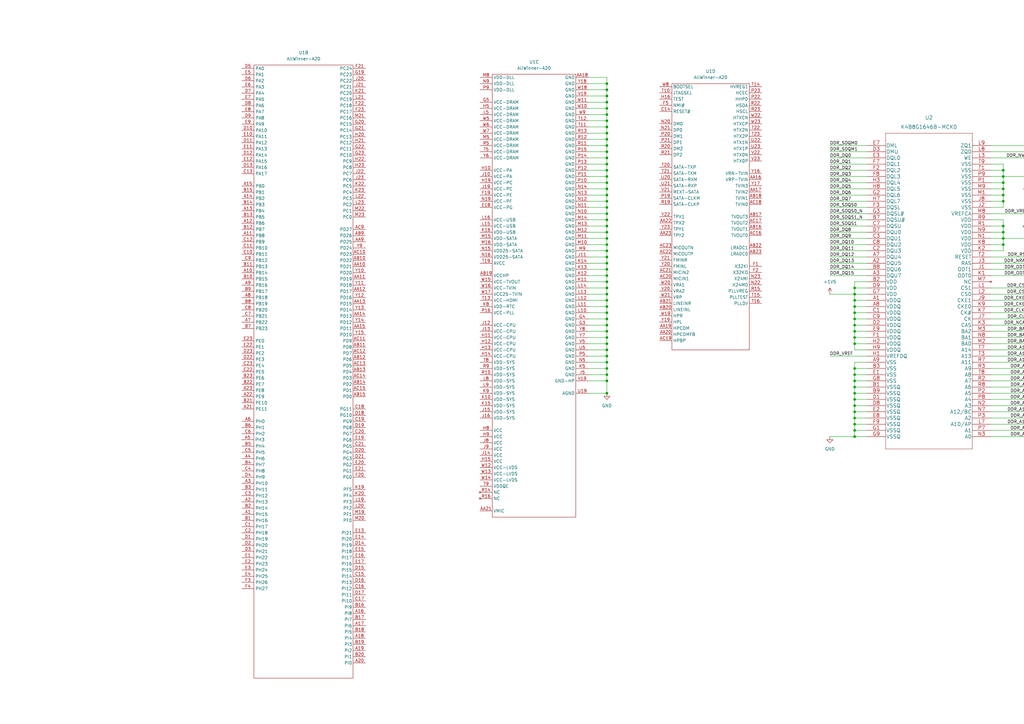
<source format=kicad_sch>
(kicad_sch (version 20211123) (generator eeschema)
  (paper "A3")
  (lib_symbols
    (symbol "AllWinner-A20_1"
      (property "Reference" "U" (at 0 0 0))
      (property "Value" "AllWinner-A20_1" (at 0 0 0))
      (symbol "AllWinner-A20_1_1_1"
        (pin bidirectional line (at -5.08 -25.4 0) (length 5) (name "SDQ8") (number "AA1"))
        (pin bidirectional line (at 39.37 -110.49 180) (length 5) (name "SDQS1B") (number "AA2"))
        (pin bidirectional line (at 39.37 -54.61 180) (length 5) (name "SA8") (number "AA3"))
        (pin bidirectional line (at 39.37 -36.83 180) (length 5) (name "SA15") (number "AA4"))
        (pin bidirectional line (at 39.37 -16.51 180) (length 5) (name "SODT") (number "AA5"))
        (pin bidirectional line (at 39.37 -11.43 180) (length 5) (name "SRST") (number "AA6"))
        (pin bidirectional line (at 39.37 -13.97 180) (length 5) (name "SZQ") (number "AA7"))
        (pin bidirectional line (at -5.08 -96.52 0) (length 5) (name "SVREF") (number "AA8"))
        (pin bidirectional line (at 39.37 -113.03 180) (length 5) (name "SDQS1") (number "AB1"))
        (pin bidirectional line (at -5.08 -33.02 0) (length 5) (name "SDQ11") (number "AB2"))
        (pin bidirectional line (at -5.08 -40.64 0) (length 5) (name "SDQ14") (number "AB3"))
        (pin bidirectional line (at -5.08 -20.32 0) (length 5) (name "SDQ6") (number "AB4"))
        (pin bidirectional line (at -5.08 -12.7 0) (length 5) (name "SDQ3") (number "AB5"))
        (pin bidirectional line (at 39.37 -120.65 180) (length 5) (name "SDQS0") (number "AB6"))
        (pin bidirectional line (at -5.08 -15.24 0) (length 5) (name "SDQ4") (number "AB7"))
        (pin bidirectional line (at -5.08 -17.78 0) (length 5) (name "SDQ5") (number "AB8"))
        (pin bidirectional line (at -5.08 -27.94 0) (length 5) (name "SDQ9") (number "AC1"))
        (pin bidirectional line (at -5.08 -35.56 0) (length 5) (name "SDQ12") (number "AC2"))
        (pin bidirectional line (at -5.08 -22.86 0) (length 5) (name "SDQ7") (number "AC3"))
        (pin bidirectional line (at -5.08 -7.62 0) (length 5) (name "SDQ1") (number "AC4"))
        (pin bidirectional line (at 39.37 -118.11 180) (length 5) (name "SDQS0B") (number "AC5"))
        (pin bidirectional line (at 39.37 -115.57 180) (length 5) (name "SDQM0") (number "AC6"))
        (pin bidirectional line (at -5.08 -5.08 0) (length 5) (name "SDQ0") (number "AC7"))
        (pin bidirectional line (at -5.08 -10.16 0) (length 5) (name "SDQ2") (number "AC8"))
        (pin bidirectional line (at 39.37 -92.71 180) (length 5) (name "SDQM3") (number "G1"))
        (pin bidirectional line (at -5.08 -78.74 0) (length 5) (name "SDQ29") (number "G2"))
        (pin bidirectional line (at -5.08 -71.12 0) (length 5) (name "SDQ26") (number "H1"))
        (pin bidirectional line (at -5.08 -83.82 0) (length 5) (name "SDQ31") (number "H2"))
        (pin bidirectional line (at -5.08 -88.9 0) (length 5) (name "SVREF") (number "H3"))
        (pin bidirectional line (at -5.08 -91.44 0) (length 5) (name "SVREF") (number "H4"))
        (pin bidirectional line (at -5.08 -66.04 0) (length 5) (name "SDQ24") (number "J1"))
        (pin bidirectional line (at 39.37 -95.25 180) (length 5) (name "SDQS3B") (number "J2"))
        (pin bidirectional line (at 39.37 -82.55 180) (length 5) (name "SCK1B") (number "J3"))
        (pin bidirectional line (at 39.37 -85.09 180) (length 5) (name "SCK1") (number "J4"))
        (pin bidirectional line (at 39.37 -97.79 180) (length 5) (name "SDQS3") (number "K1"))
        (pin bidirectional line (at -5.08 -73.66 0) (length 5) (name "SDQ27") (number "K2"))
        (pin bidirectional line (at 39.37 -34.29 180) (length 5) (name "SBA0") (number "K3"))
        (pin bidirectional line (at 39.37 -29.21 180) (length 5) (name "SBA2") (number "K4"))
        (pin bidirectional line (at -5.08 -68.58 0) (length 5) (name "SDQ25") (number "L1"))
        (pin bidirectional line (at -5.08 -76.2 0) (length 5) (name "SDQ28") (number "L2"))
        (pin bidirectional line (at 39.37 -49.53 180) (length 5) (name "SA10") (number "L3"))
        (pin bidirectional line (at 39.37 -31.75 180) (length 5) (name "SBA1") (number "L4"))
        (pin bidirectional line (at -5.08 -81.28 0) (length 5) (name "SDQ30") (number "M1"))
        (pin bidirectional line (at -5.08 -63.5 0) (length 5) (name "SDQ23") (number "M2"))
        (pin bidirectional line (at 39.37 -57.15 180) (length 5) (name "SA7") (number "M3"))
        (pin bidirectional line (at 39.37 -67.31 180) (length 5) (name "SA3") (number "M4"))
        (pin bidirectional line (at -5.08 -60.96 0) (length 5) (name "SDQ22") (number "N1"))
        (pin bidirectional line (at -5.08 -48.26 0) (length 5) (name "SDQ17") (number "N2"))
        (pin bidirectional line (at 39.37 -80.01 180) (length 5) (name "SCKE") (number "N3"))
        (pin bidirectional line (at 39.37 -62.23 180) (length 5) (name "SA5") (number "N4"))
        (pin bidirectional line (at 39.37 -8.89 180) (length 5) (name "SADBG") (number "N8"))
        (pin bidirectional line (at -5.08 -53.34 0) (length 5) (name "SDQ19") (number "P1"))
        (pin bidirectional line (at 39.37 -100.33 180) (length 5) (name "SDQS2B") (number "P2"))
        (pin bidirectional line (at 39.37 -44.45 180) (length 5) (name "SA12") (number "P3"))
        (pin bidirectional line (at 39.37 -52.07 180) (length 5) (name "SA9") (number "P4"))
        (pin bidirectional line (at 39.37 -6.35 180) (length 5) (name "SDDBG0") (number "P8"))
        (pin bidirectional line (at 39.37 -102.87 180) (length 5) (name "SDQS2") (number "R1"))
        (pin bidirectional line (at 39.37 -105.41 180) (length 5) (name "SDQM2") (number "R2"))
        (pin bidirectional line (at 39.37 -39.37 180) (length 5) (name "SA14") (number "R3"))
        (pin bidirectional line (at 39.37 -72.39 180) (length 5) (name "SA1") (number "R4"))
        (pin bidirectional line (at 39.37 -3.81 180) (length 5) (name "SADBG1") (number "R8"))
        (pin bidirectional line (at -5.08 -55.88 0) (length 5) (name "SDQ20") (number "T1"))
        (pin bidirectional line (at -5.08 -45.72 0) (length 5) (name "SDQ16") (number "T2"))
        (pin bidirectional line (at 39.37 -26.67 180) (length 5) (name "SWE") (number "T3"))
        (pin bidirectional line (at 39.37 -21.59 180) (length 5) (name "SRAS") (number "T4"))
        (pin bidirectional line (at -5.08 -58.42 0) (length 5) (name "SDQ21") (number "U1"))
        (pin bidirectional line (at -5.08 -50.8 0) (length 5) (name "SDQ18") (number "U2"))
        (pin bidirectional line (at 39.37 -24.13 180) (length 5) (name "SCAS") (number "U3"))
        (pin bidirectional line (at 39.37 -69.85 180) (length 5) (name "SA2") (number "U4"))
        (pin bidirectional line (at 39.37 -87.63 180) (length 5) (name "SCK") (number "V1"))
        (pin bidirectional line (at 39.37 -90.17 180) (length 5) (name "SCKB") (number "V2"))
        (pin bidirectional line (at 39.37 -19.05 180) (length 5) (name "SCS") (number "V3"))
        (pin bidirectional line (at 39.37 -59.69 180) (length 5) (name "SA6") (number "V4"))
        (pin bidirectional line (at 39.37 -107.95 180) (length 5) (name "SDQM1") (number "W1"))
        (pin bidirectional line (at -5.08 -38.1 0) (length 5) (name "SDQ13") (number "W2"))
        (pin bidirectional line (at 39.37 -46.99 180) (length 5) (name "SA11") (number "W3"))
        (pin bidirectional line (at 39.37 -74.93 180) (length 5) (name "SA0") (number "W4"))
        (pin bidirectional line (at -5.08 -30.48 0) (length 5) (name "SDQ10") (number "Y1"))
        (pin bidirectional line (at -5.08 -43.18 0) (length 5) (name "SDQ15") (number "Y2"))
        (pin bidirectional line (at 39.37 -41.91 180) (length 5) (name "SA13") (number "Y3"))
        (pin bidirectional line (at 39.37 -64.77 180) (length 5) (name "SA4") (number "Y4"))
        (pin bidirectional line (at -5.08 -93.98 0) (length 5) (name "SVREF") (number "Y5"))
      )
      (symbol "AllWinner-A20_1_2_1"
        (pin bidirectional line (at 6.4633 -186.8019 0) (length 5) (name "PH15") (number "A1"))
        (pin bidirectional line (at 6.4633 -87.7419 0) (length 5) (name "PB14") (number "A10"))
        (pin bidirectional line (at 6.4633 -72.5019 0) (length 5) (name "PB8") (number "A11"))
        (pin bidirectional line (at 6.4633 -67.4219 0) (length 5) (name "PB6") (number "A12"))
        (pin bidirectional line (at 6.4633 -62.3419 0) (length 5) (name "PB4") (number "A13"))
        (pin bidirectional line (at 6.4633 -57.2619 0) (length 5) (name "PB2") (number "A14"))
        (pin bidirectional line (at 6.4633 -52.1819 0) (length 5) (name "PB0") (number "A15"))
        (pin bidirectional line (at 57.2633 -227.4419 180) (length 5) (name "PI8") (number "A16"))
        (pin bidirectional line (at 57.2633 -232.5219 180) (length 5) (name "PI6") (number "A17"))
        (pin bidirectional line (at 57.2633 -237.6019 180) (length 5) (name "PI4") (number "A18"))
        (pin bidirectional line (at 57.2633 -242.6819 180) (length 5) (name "PI2") (number "A19"))
        (pin bidirectional line (at 6.4633 -181.7219 0) (length 5) (name "PH13") (number "A2"))
        (pin bidirectional line (at 57.2633 -247.7619 180) (length 5) (name "PI0") (number "A20"))
        (pin bidirectional line (at 6.4633 -143.6219 0) (length 5) (name "PE11") (number "A21"))
        (pin bidirectional line (at 6.4633 -138.5419 0) (length 5) (name "PE9") (number "A22"))
        (pin bidirectional line (at 6.4633 -136.0019 0) (length 5) (name "PE8") (number "A23"))
        (pin bidirectional line (at 6.4633 -174.1019 0) (length 5) (name "PH10") (number "A3"))
        (pin bidirectional line (at 6.4633 -163.9419 0) (length 5) (name "PH6") (number "A4"))
        (pin bidirectional line (at 6.35 -156.21 0) (length 5) (name "PH3") (number "A5"))
        (pin bidirectional line (at 6.4633 -148.7019 0) (length 5) (name "PH0") (number "A6"))
        (pin bidirectional line (at 6.4633 -108.0619 0) (length 5) (name "PB22") (number "A7"))
        (pin bidirectional line (at 6.4633 -97.9019 0) (length 5) (name "PB18") (number "A8"))
        (pin bidirectional line (at 6.4633 -92.8219 0) (length 5) (name "PB16") (number "A9"))
        (pin bidirectional line (at 57.2633 -85.2019 180) (length 5) (name "PD21") (number "AA10"))
        (pin bidirectional line (at 57.2633 -90.2819 180) (length 5) (name "PD19") (number "AA11"))
        (pin bidirectional line (at 57.2633 -95.3619 180) (length 5) (name "PD17") (number "AA12"))
        (pin bidirectional line (at 57.2633 -100.4419 180) (length 5) (name "PD15") (number "AA13"))
        (pin bidirectional line (at 57.2633 -105.5219 180) (length 5) (name "PD13") (number "AA14"))
        (pin bidirectional line (at 57.2633 -110.6019 180) (length 5) (name "PD11") (number "AA15"))
        (pin bidirectional line (at 57.2633 -75.0419 180) (length 5) (name "PD25") (number "AA9"))
        (pin bidirectional line (at 57.2633 -82.6619 180) (length 5) (name "PD22") (number "AB10"))
        (pin bidirectional line (at 57.2633 -118.2219 180) (length 5) (name "PD8") (number "AB11"))
        (pin bidirectional line (at 57.2633 -123.3019 180) (length 5) (name "PD6") (number "AB12"))
        (pin bidirectional line (at 57.2633 -128.3819 180) (length 5) (name "PD4") (number "AB13"))
        (pin bidirectional line (at 57.2633 -133.4619 180) (length 5) (name "PD2") (number "AB14"))
        (pin bidirectional line (at 57.2633 -138.5419 180) (length 5) (name "PD0") (number "AB15"))
        (pin bidirectional line (at 57.2633 -72.5019 180) (length 5) (name "PD26") (number "AB9"))
        (pin bidirectional line (at 57.2633 -80.1219 180) (length 5) (name "PD23") (number "AC10"))
        (pin bidirectional line (at 57.2633 -115.6819 180) (length 5) (name "PD9") (number "AC11"))
        (pin bidirectional line (at 57.2633 -120.7619 180) (length 5) (name "PD7") (number "AC12"))
        (pin bidirectional line (at 57.2633 -125.8419 180) (length 5) (name "PD5") (number "AC13"))
        (pin bidirectional line (at 57.2633 -130.9219 180) (length 5) (name "PD3") (number "AC14"))
        (pin bidirectional line (at 57.2633 -136.0019 180) (length 5) (name "PD1") (number "AC15"))
        (pin bidirectional line (at 57.2633 -69.9619 180) (length 5) (name "PD27") (number "AC9"))
        (pin bidirectional line (at 6.4633 -189.3419 0) (length 5) (name "PH16") (number "B1"))
        (pin bidirectional line (at 6.4633 -90.2819 0) (length 5) (name "PB15") (number "B10"))
        (pin bidirectional line (at 6.4633 -85.2019 0) (length 5) (name "PB13") (number "B11"))
        (pin bidirectional line (at 6.4633 -69.9619 0) (length 5) (name "PB7") (number "B12"))
        (pin bidirectional line (at 6.4633 -64.8819 0) (length 5) (name "PB5") (number "B13"))
        (pin bidirectional line (at 6.4633 -59.8019 0) (length 5) (name "PB3") (number "B14"))
        (pin bidirectional line (at 6.4633 -54.7219 0) (length 5) (name "PB1") (number "B15"))
        (pin bidirectional line (at 57.2633 -224.9019 180) (length 5) (name "PI9") (number "B16"))
        (pin bidirectional line (at 57.2633 -229.9819 180) (length 5) (name "PI7") (number "B17"))
        (pin bidirectional line (at 57.2633 -235.0619 180) (length 5) (name "PI5") (number "B18"))
        (pin bidirectional line (at 57.2633 -240.1419 180) (length 5) (name "PI3") (number "B19"))
        (pin bidirectional line (at 6.4633 -184.2619 0) (length 5) (name "PH14") (number "B2"))
        (pin bidirectional line (at 57.2633 -245.2219 180) (length 5) (name "PI1") (number "B20"))
        (pin bidirectional line (at 6.4633 -141.0819 0) (length 5) (name "PE10") (number "B21"))
        (pin bidirectional line (at 6.4633 -133.4619 0) (length 5) (name "PE7") (number "B22"))
        (pin bidirectional line (at 6.4633 -130.9219 0) (length 5) (name "PE6") (number "B23"))
        (pin bidirectional line (at 6.4633 -176.6419 0) (length 5) (name "PH11") (number "B3"))
        (pin bidirectional line (at 6.4633 -166.4819 0) (length 5) (name "PH7") (number "B4"))
        (pin bidirectional line (at 6.4633 -158.8619 0) (length 5) (name "PH4") (number "B5"))
        (pin bidirectional line (at 6.4633 -151.2419 0) (length 5) (name "PH1") (number "B6"))
        (pin bidirectional line (at 6.4633 -110.6019 0) (length 5) (name "PB23") (number "B7"))
        (pin bidirectional line (at 6.4633 -100.4419 0) (length 5) (name "PB19") (number "B8"))
        (pin bidirectional line (at 6.4633 -95.3619 0) (length 5) (name "PB17") (number "B9"))
        (pin bidirectional line (at 6.4633 -191.8819 0) (length 5) (name "PH17") (number "C1"))
        (pin bidirectional line (at 6.4633 -80.1219 0) (length 5) (name "PB11") (number "C10"))
        (pin bidirectional line (at 6.4633 -77.5819 0) (length 5) (name "PB10") (number "C11"))
        (pin bidirectional line (at 6.4633 -75.0419 0) (length 5) (name "PB9") (number "C12"))
        (pin bidirectional line (at 6.4633 -47.1019 0) (length 5) (name "PA17") (number "C13"))
        (pin bidirectional line (at 57.2633 -212.2019 180) (length 5) (name "PI14") (number "C15"))
        (pin bidirectional line (at 57.2633 -217.2819 180) (length 5) (name "PI12") (number "C16"))
        (pin bidirectional line (at 57.2633 -222.3619 180) (length 5) (name "PI10") (number "C17"))
        (pin bidirectional line (at 57.2633 -143.6219 180) (length 5) (name "PG11") (number "C18"))
        (pin bidirectional line (at 57.2633 -148.7019 180) (length 5) (name "PG9") (number "C19"))
        (pin bidirectional line (at 6.4633 -194.4219 0) (length 5) (name "PH18") (number "C2"))
        (pin bidirectional line (at 57.2633 -153.7819 180) (length 5) (name "PG7") (number "C20"))
        (pin bidirectional line (at 57.2633 -158.8619 180) (length 5) (name "PG5") (number "C21"))
        (pin bidirectional line (at 6.4633 -128.3819 0) (length 5) (name "PE5") (number "C22"))
        (pin bidirectional line (at 6.4633 -125.8419 0) (length 5) (name "PE4") (number "C23"))
        (pin bidirectional line (at 6.4633 -179.1819 0) (length 5) (name "PH12") (number "C3"))
        (pin bidirectional line (at 6.4633 -169.0219 0) (length 5) (name "PH8") (number "C4"))
        (pin bidirectional line (at 6.4633 -161.4019 0) (length 5) (name "PH5") (number "C5"))
        (pin bidirectional line (at 6.4633 -153.7819 0) (length 5) (name "PH2") (number "C6"))
        (pin bidirectional line (at 6.4633 -105.5219 0) (length 5) (name "PB21") (number "C7"))
        (pin bidirectional line (at 6.4633 -102.9819 0) (length 5) (name "PB20") (number "C8"))
        (pin bidirectional line (at 6.4633 -82.6619 0) (length 5) (name "PB12") (number "C9"))
        (pin bidirectional line (at 6.4633 -196.9619 0) (length 5) (name "PH19") (number "D1"))
        (pin bidirectional line (at 6.4633 -29.3219 0) (length 5) (name "PA10") (number "D10"))
        (pin bidirectional line (at 6.4633 -34.4019 0) (length 5) (name "PA12") (number "D11"))
        (pin bidirectional line (at 6.4633 -39.4819 0) (length 5) (name "PA14") (number "D12"))
        (pin bidirectional line (at 6.4633 -44.5619 0) (length 5) (name "PA16") (number "D13"))
        (pin bidirectional line (at 57.2633 -199.5019 180) (length 5) (name "PI19") (number "D14"))
        (pin bidirectional line (at 57.2633 -209.6619 180) (length 5) (name "PI15") (number "D15"))
        (pin bidirectional line (at 57.2633 -214.7419 180) (length 5) (name "PI13") (number "D16"))
        (pin bidirectional line (at 57.2633 -219.8219 180) (length 5) (name "PI11") (number "D17"))
        (pin bidirectional line (at 57.2633 -146.1619 180) (length 5) (name "PG10") (number "D18"))
        (pin bidirectional line (at 57.2633 -151.2419 180) (length 5) (name "PG8") (number "D19"))
        (pin bidirectional line (at 6.4633 -199.5019 0) (length 5) (name "PH20") (number "D2"))
        (pin bidirectional line (at 57.2633 -161.4019 180) (length 5) (name "PG4") (number "D20"))
        (pin bidirectional line (at 57.2633 -163.9419 180) (length 5) (name "PG3") (number "D21"))
        (pin bidirectional line (at 6.4633 -123.3019 0) (length 5) (name "PE3") (number "D22"))
        (pin bidirectional line (at 6.4633 -120.7619 0) (length 5) (name "PE2") (number "D23"))
        (pin bidirectional line (at 6.4633 -202.0419 0) (length 5) (name "PH21") (number "D3"))
        (pin bidirectional line (at 6.4633 -171.5619 0) (length 5) (name "PH9") (number "D4"))
        (pin bidirectional line (at 6.4633 -3.9219 0) (length 5) (name "PA0") (number "D5"))
        (pin bidirectional line (at 6.4633 -9.0019 0) (length 5) (name "PA2") (number "D6"))
        (pin bidirectional line (at 6.4633 -14.0819 0) (length 5) (name "PA4") (number "D7"))
        (pin bidirectional line (at 6.4633 -19.1619 0) (length 5) (name "PA6") (number "D8"))
        (pin bidirectional line (at 6.4633 -24.2419 0) (length 5) (name "PA8") (number "D9"))
        (pin bidirectional line (at 6.4633 -204.5819 0) (length 5) (name "PH22") (number "E1"))
        (pin bidirectional line (at 6.4633 -31.8619 0) (length 5) (name "PA11") (number "E10"))
        (pin bidirectional line (at 6.4633 -36.9419 0) (length 5) (name "PA13") (number "E11"))
        (pin bidirectional line (at 6.4633 -42.0219 0) (length 5) (name "PA15") (number "E12"))
        (pin bidirectional line (at 57.2633 -194.4219 180) (length 5) (name "PI21") (number "E13"))
        (pin bidirectional line (at 57.2633 -196.9619 180) (length 5) (name "PI20") (number "E14"))
        (pin bidirectional line (at 57.2633 -202.0419 180) (length 5) (name "PI18") (number "E15"))
        (pin bidirectional line (at 57.2633 -204.5819 180) (length 5) (name "PI17") (number "E16"))
        (pin bidirectional line (at 57.2633 -207.1219 180) (length 5) (name "PI16") (number "E17"))
        (pin bidirectional line (at 57.2633 -156.3219 180) (length 5) (name "PG6") (number "E19"))
        (pin bidirectional line (at 6.4633 -207.1219 0) (length 5) (name "PH23") (number "E2"))
        (pin bidirectional line (at 57.2633 -166.4819 180) (length 5) (name "PG2") (number "E20"))
        (pin bidirectional line (at 57.2633 -169.0219 180) (length 5) (name "PG1") (number "E21"))
        (pin bidirectional line (at 6.4633 -118.2219 0) (length 5) (name "PE1") (number "E22"))
        (pin bidirectional line (at 6.4633 -115.6819 0) (length 5) (name "PE0") (number "E23"))
        (pin bidirectional line (at 6.4633 -209.6619 0) (length 5) (name "PH24") (number "E3"))
        (pin bidirectional line (at 6.4633 -212.2019 0) (length 5) (name "PH25") (number "E4"))
        (pin bidirectional line (at 6.4633 -6.4619 0) (length 5) (name "PA1") (number "E5"))
        (pin bidirectional line (at 6.4633 -11.5419 0) (length 5) (name "PA3") (number "E6"))
        (pin bidirectional line (at 6.4633 -16.6219 0) (length 5) (name "PA5") (number "E7"))
        (pin bidirectional line (at 6.4633 -21.7019 0) (length 5) (name "PA7") (number "E8"))
        (pin bidirectional line (at 6.4633 -26.7819 0) (length 5) (name "PA9") (number "E9"))
        (pin bidirectional line (at 57.2633 -171.5619 180) (length 5) (name "PG0") (number "F20"))
        (pin bidirectional line (at 57.2633 -3.9219 180) (length 5) (name "PC24") (number "F21"))
        (pin bidirectional line (at 57.2633 -19.1619 180) (length 5) (name "PC18") (number "F22"))
        (pin bidirectional line (at 57.2633 -21.7019 180) (length 5) (name "PC17") (number "F23"))
        (pin bidirectional line (at 6.4633 -214.7419 0) (length 5) (name "PH26") (number "F3"))
        (pin bidirectional line (at 6.4633 -217.2819 0) (length 5) (name "PH27") (number "F4"))
        (pin bidirectional line (at 57.2633 -6.4619 180) (length 5) (name "PC23") (number "G19"))
        (pin bidirectional line (at 57.2633 -26.7819 180) (length 5) (name "PC15") (number "G20"))
        (pin bidirectional line (at 57.2633 -29.3219 180) (length 5) (name "PC14") (number "G21"))
        (pin bidirectional line (at 57.2633 -36.9419 180) (length 5) (name "PC11") (number "G22"))
        (pin bidirectional line (at 57.2633 -39.4819 180) (length 5) (name "PC10") (number "G23"))
        (pin bidirectional line (at 57.2029 -31.9991 180) (length 5) (name "PC13") (number "H20"))
        (pin bidirectional line (at 57.2633 -34.4019 180) (length 5) (name "PC12") (number "H21"))
        (pin bidirectional line (at 57.2633 -42.0219 180) (length 5) (name "PC9") (number "H22"))
        (pin bidirectional line (at 57.2633 -44.5619 180) (length 5) (name "PC8") (number "H23"))
        (pin bidirectional line (at 57.2633 -9.0019 180) (length 5) (name "PC22") (number "J20"))
        (pin bidirectional line (at 57.2633 -11.5419 180) (length 5) (name "PC21") (number "J21"))
        (pin bidirectional line (at 57.2633 -47.1019 180) (length 5) (name "PC7") (number "J22"))
        (pin bidirectional line (at 57.2633 -49.6419 180) (length 5) (name "PC6") (number "J23"))
        (pin bidirectional line (at 57.2633 -176.6419 180) (length 5) (name "PF5") (number "K19"))
        (pin bidirectional line (at 57.2633 -179.1819 180) (length 5) (name "PF4") (number "K20"))
        (pin bidirectional line (at 57.2633 -14.0819 180) (length 5) (name "PC20") (number "K21"))
        (pin bidirectional line (at 57.2633 -52.1819 180) (length 5) (name "PC5") (number "K22"))
        (pin bidirectional line (at 57.2633 -54.7219 180) (length 5) (name "PC4") (number "K23"))
        (pin bidirectional line (at 57.2633 -181.7219 180) (length 5) (name "PF3") (number "L19"))
        (pin bidirectional line (at 57.2633 -184.2619 180) (length 5) (name "PF2") (number "L20"))
        (pin bidirectional line (at 57.2633 -16.6219 180) (length 5) (name "PC19") (number "L21"))
        (pin bidirectional line (at 57.2633 -57.2619 180) (length 5) (name "PC3") (number "L22"))
        (pin bidirectional line (at 57.2633 -59.8019 180) (length 5) (name "PC2") (number "L23"))
        (pin bidirectional line (at 57.2633 -186.8019 180) (length 5) (name "PF1") (number "M19"))
        (pin bidirectional line (at 57.2633 -189.3419 180) (length 5) (name "PF0") (number "M20"))
        (pin bidirectional line (at 57.2633 -24.2419 180) (length 5) (name "PC16") (number "M21"))
        (pin bidirectional line (at 57.2633 -62.3419 180) (length 5) (name "PC1") (number "M22"))
        (pin bidirectional line (at 57.2633 -64.8819 180) (length 5) (name "PC0") (number "M23"))
        (pin bidirectional line (at 57.2633 -87.7419 180) (length 5) (name "PD20") (number "Y10"))
        (pin bidirectional line (at 57.2633 -92.8219 180) (length 5) (name "PD18") (number "Y11"))
        (pin bidirectional line (at 57.2633 -97.9019 180) (length 5) (name "PD16") (number "Y12"))
        (pin bidirectional line (at 57.2633 -102.9819 180) (length 5) (name "PD14") (number "Y13"))
        (pin bidirectional line (at 57.2633 -108.0619 180) (length 5) (name "PD12") (number "Y14"))
        (pin bidirectional line (at 57.2633 -113.1419 180) (length 5) (name "PD10") (number "Y15"))
        (pin bidirectional line (at 57.2633 -77.5819 180) (length 5) (name "PD24") (number "Y9"))
      )
      (symbol "AllWinner-A20_1_3_1"
        (pin power_in line (at 62.2696 -6.3452 180) (length 5) (name "GND") (number "AA18"))
        (pin power_in line (at 17.78 -184.15 0) (length 5) (name "VMIC") (number "AA21"))
        (pin power_in line (at 17.8196 -87.6252 0) (length 5) (name "VCCHP") (number "AB19"))
        (pin power_in line (at 17.8196 -59.6852 0) (length 5) (name "VCC-PG") (number "E18"))
        (pin power_in line (at 17.8196 -54.6052 0) (length 5) (name "VCC-PE") (number "F19"))
        (pin power_in line (at 62.2696 -107.9452 180) (length 5) (name "GND") (number "G3"))
        (pin power_in line (at 62.2696 -105.4052 180) (length 5) (name "GND") (number "G4"))
        (pin power_in line (at 17.8196 -16.5052 0) (length 5) (name "VCC-DRAM") (number "G5"))
        (pin power_in line (at 17.8196 -44.4452 0) (length 5) (name "VCC-PA") (number "H10"))
        (pin power_in line (at 17.8196 -113.0252 0) (length 5) (name "VCC-CPU") (number "H11"))
        (pin power_in line (at 17.8196 -115.5652 0) (length 5) (name "VCC-CPU") (number "H12"))
        (pin power_in line (at 17.8196 -118.1052 0) (length 5) (name "VCC-CPU") (number "H13"))
        (pin power_in line (at 17.8196 -120.6452 0) (length 5) (name "VCC-CPU") (number "H14"))
        (pin power_in line (at 17.8196 -163.8252 0) (length 5) (name "VCC") (number "H15"))
        (pin power_in line (at 17.8196 -49.5252 0) (length 5) (name "VCC-PC") (number "H19"))
        (pin power_in line (at 17.8196 -19.0452 0) (length 5) (name "VCC-DRAM") (number "H5"))
        (pin power_in line (at 17.8196 -151.1252 0) (length 5) (name "VCC") (number "H8"))
        (pin power_in line (at 17.8196 -153.6652 0) (length 5) (name "VCC") (number "H9"))
        (pin power_in line (at 17.8196 -46.9852 0) (length 5) (name "VCC-PA") (number "J10"))
        (pin power_in line (at 62.2696 -80.0052 180) (length 5) (name "GND") (number "J11"))
        (pin power_in line (at 17.8196 -107.9452 0) (length 5) (name "VCC-CPU") (number "J12"))
        (pin power_in line (at 17.8196 -110.4852 0) (length 5) (name "VCC-CPU") (number "J13"))
        (pin power_in line (at 17.8196 -161.2852 0) (length 5) (name "VCC") (number "J14"))
        (pin power_in line (at 17.8196 -143.5052 0) (length 5) (name "VDD-SYS") (number "J15"))
        (pin power_in line (at 17.8196 -146.0452 0) (length 5) (name "VDD-SYS") (number "J16"))
        (pin power_in line (at 17.8196 -52.0652 0) (length 5) (name "VCC-PC") (number "J19"))
        (pin power_in line (at 62.2696 -128.2652 180) (length 5) (name "GND") (number "J5"))
        (pin power_in line (at 17.8196 -156.2052 0) (length 5) (name "VCC") (number "J8"))
        (pin power_in line (at 17.8196 -158.7452 0) (length 5) (name "VCC") (number "J9"))
        (pin power_in line (at 17.8196 -138.4252 0) (length 5) (name "VDD-SYS") (number "K10"))
        (pin power_in line (at 62.2696 -90.1652 180) (length 5) (name "GND") (number "K11"))
        (pin power_in line (at 62.2696 -87.6252 180) (length 5) (name "GND") (number "K12"))
        (pin power_in line (at 62.2696 -85.0852 180) (length 5) (name "GND") (number "K13"))
        (pin power_in line (at 62.2696 -82.5452 180) (length 5) (name "GND") (number "K14"))
        (pin power_in line (at 17.8196 -140.9652 0) (length 5) (name "VDD-SYS") (number "K15"))
        (pin power_in line (at 17.8196 -69.8452 0) (length 5) (name "VDD-USB") (number "K16"))
        (pin power_in line (at 62.2696 -125.7252 180) (length 5) (name "GND") (number "K5"))
        (pin power_in line (at 17.8196 -100.3252 0) (length 5) (name "VDD-RTC") (number "K8"))
        (pin power_in line (at 17.8196 -135.8852 0) (length 5) (name "VDD-SYS") (number "K9"))
        (pin power_in line (at 62.2696 -102.8652 180) (length 5) (name "GND") (number "L10"))
        (pin power_in line (at 62.2696 -100.3252 180) (length 5) (name "GND") (number "L11"))
        (pin power_in line (at 62.2696 -97.7852 180) (length 5) (name "GND") (number "L12"))
        (pin power_in line (at 62.2696 -95.2452 180) (length 5) (name "GND") (number "L13"))
        (pin power_in line (at 62.2696 -92.7052 180) (length 5) (name "GND") (number "L14"))
        (pin power_in line (at 17.8196 -67.3052 0) (length 5) (name "VCC-USB") (number "L15"))
        (pin power_in line (at 17.8196 -64.7652 0) (length 5) (name "VCC-USB") (number "L16"))
        (pin power_in line (at 17.8196 -21.5852 0) (length 5) (name "VCC-DRAM") (number "L5"))
        (pin power_in line (at 17.8196 -130.8052 0) (length 5) (name "VDD-SYS") (number "L8"))
        (pin power_in line (at 17.78 -133.35 0) (length 5) (name "VDD-SYS") (number "L9"))
        (pin power_in line (at 62.2696 -74.9252 180) (length 5) (name "GND") (number "M10"))
        (pin power_in line (at 62.2696 -72.3852 180) (length 5) (name "GND") (number "M11"))
        (pin power_in line (at 62.2696 -69.8452 180) (length 5) (name "GND") (number "M12"))
        (pin power_in line (at 62.2696 -67.3052 180) (length 5) (name "GND") (number "M13"))
        (pin power_in line (at 62.2696 -64.7652 180) (length 5) (name "GND") (number "M14"))
        (pin power_in line (at 17.8196 -72.3852 0) (length 5) (name "VDD-SATA") (number "M15"))
        (pin power_in line (at 17.8196 -74.9252 0) (length 5) (name "VDD-SATA") (number "M16"))
        (pin power_in line (at 17.8196 -31.7452 0) (length 5) (name "VCC-DRAM") (number "M5"))
        (pin power_in line (at 17.8196 -6.3452 0) (length 5) (name "VDD-DLL") (number "M8"))
        (pin power_in line (at 62.2696 -77.4652 180) (length 5) (name "GND") (number "M9"))
        (pin power_in line (at 62.2696 -62.2252 180) (length 5) (name "GND") (number "N10"))
        (pin power_in line (at 62.2696 -59.6852 180) (length 5) (name "GND") (number "N11"))
        (pin power_in line (at 62.2696 -57.1452 180) (length 5) (name "GND") (number "N12"))
        (pin power_in line (at 62.2696 -54.6052 180) (length 5) (name "GND") (number "N13"))
        (pin power_in line (at 62.2696 -52.0652 180) (length 5) (name "GND") (number "N14"))
        (pin power_in line (at 17.8196 -77.4652 0) (length 5) (name "VDD25-SATA") (number "N15"))
        (pin power_in line (at 17.8196 -80.0052 0) (length 5) (name "VDD25-SATA") (number "N16"))
        (pin power_in line (at 17.8196 -57.1452 0) (length 5) (name "VCC-PF") (number "N19"))
        (pin power_in line (at 62.2696 -123.1852 180) (length 5) (name "GND") (number "N5"))
        (pin power_in line (at 17.8196 -8.8852 0) (length 5) (name "VDD-DLL") (number "N9"))
        (pin power_in line (at 62.2696 -49.5252 180) (length 5) (name "GND") (number "P10"))
        (pin power_in line (at 62.2696 -46.9852 180) (length 5) (name "GND") (number "P11"))
        (pin power_in line (at 62.2696 -44.4452 180) (length 5) (name "GND") (number "P12"))
        (pin power_in line (at 62.2696 -41.9052 180) (length 5) (name "GND") (number "P13"))
        (pin power_in line (at 62.2696 -39.3652 180) (length 5) (name "GND") (number "P14"))
        (pin power_in line (at 62.2696 -36.8252 180) (length 5) (name "GND") (number "P15"))
        (pin power_in line (at 17.8196 -102.8652 0) (length 5) (name "VCC-PLL") (number "P16"))
        (pin power_in line (at 62.2696 -120.6452 180) (length 5) (name "GND") (number "P5"))
        (pin power_in line (at 17.8196 -11.4252 0) (length 5) (name "VDD-DLL") (number "P9"))
        (pin power_in line (at 17.8196 -128.2652 0) (length 5) (name "VDD-SYS") (number "R10"))
        (pin power_in line (at 62.2696 -34.2852 180) (length 5) (name "GND") (number "R11"))
        (pin power_in line (at 62.2696 -31.7452 180) (length 5) (name "GND") (number "R12"))
        (pin power_in line (at 62.2696 -29.2052 180) (length 5) (name "GND") (number "R13"))
        (pin no_connect line (at 17.8196 -176.5252 0) (length 5) (name "NC") (number "R14"))
        (pin no_connect line (at 17.8196 -179.0652 0) (length 5) (name "NC") (number "R16"))
        (pin power_in line (at 17.8196 -34.2852 0) (length 5) (name "VCC-DRAM") (number "R5"))
        (pin power_in line (at 17.8196 -125.7252 0) (length 5) (name "VDD-SYS") (number "R9"))
        (pin power_in line (at 62.2696 -26.6652 180) (length 5) (name "GND") (number "T11"))
        (pin power_in line (at 62.2696 -24.1252 180) (length 5) (name "GND") (number "T12"))
        (pin power_in line (at 17.8196 -97.7852 0) (length 5) (name "VCC-HDMI") (number "T13"))
        (pin power_in line (at 17.8196 -82.5452 0) (length 5) (name "AVCC") (number "T19"))
        (pin power_in line (at 17.8196 -36.8252 0) (length 5) (name "VCC-DRAM") (number "T5"))
        (pin power_in line (at 17.8196 -123.1852 0) (length 5) (name "VDD-SYS") (number "T8"))
        (pin power_in line (at 17.8196 -173.9852 0) (length 5) (name "VDDQE") (number "T9"))
        (pin power_in line (at 62.23 -135.89 180) (length 5) (name "AGND") (number "U19"))
        (pin power_in line (at 62.2696 -118.1052 180) (length 5) (name "GND") (number "U5"))
        (pin power_in line (at 62.2696 -13.9652 180) (length 5) (name "GND") (number "V19"))
        (pin power_in line (at 62.23 -130.81 180) (length 5) (name "GND-HP") (number "V19"))
        (pin power_in line (at 62.2696 -115.5652 180) (length 5) (name "GND") (number "V5"))
        (pin power_in line (at 62.2696 -19.0452 180) (length 5) (name "GND") (number "W10"))
        (pin power_in line (at 62.2696 -16.5052 180) (length 5) (name "GND") (number "W11"))
        (pin power_in line (at 17.8196 -166.3652 0) (length 5) (name "VCC-LVDS") (number "W12"))
        (pin power_in line (at 17.8196 -168.9052 0) (length 5) (name "VCC-LVDS") (number "W13"))
        (pin power_in line (at 17.8196 -171.4452 0) (length 5) (name "VCC-LVDS") (number "W14"))
        (pin power_in line (at 17.8196 -90.1652 0) (length 5) (name "VCC-TVOUT") (number "W15"))
        (pin power_in line (at 17.8196 -92.7052 0) (length 5) (name "VCC-TVIN") (number "W16"))
        (pin power_in line (at 17.8196 -95.2452 0) (length 5) (name "VCC25-TVIN") (number "W17"))
        (pin power_in line (at 62.2696 -11.4252 180) (length 5) (name "GND") (number "W18"))
        (pin power_in line (at 17.8196 -24.1252 0) (length 5) (name "VCC-DRAM") (number "W5"))
        (pin power_in line (at 17.8196 -26.6652 0) (length 5) (name "VCC-DRAM") (number "W6"))
        (pin power_in line (at 17.8196 -29.2052 0) (length 5) (name "VCC-DRAM") (number "W7"))
        (pin power_in line (at 62.2696 -21.5852 180) (length 5) (name "GND") (number "W9"))
        (pin power_in line (at 62.2696 -8.8852 180) (length 5) (name "GND") (number "Y18"))
        (pin power_in line (at 17.8196 -39.3652 0) (length 5) (name "VCC-DRAM") (number "Y6"))
        (pin power_in line (at 62.2696 -113.0252 180) (length 5) (name "GND") (number "Y7"))
        (pin power_in line (at 62.2696 -110.4852 180) (length 5) (name "GND") (number "Y8"))
      )
      (symbol "AllWinner-A20_1_4_1"
        (pin bidirectional line (at 49.53 -41.91 180) (length 5) (name "VRP-TVIN") (number "AA16"))
        (pin bidirectional line (at 49.53 -46.99 180) (length 5) (name "TVIN2") (number "AA17"))
        (pin bidirectional line (at 7.62 -102.87 0) (length 5) (name "HPCOM") (number "AA19"))
        (pin bidirectional line (at 7.62 -105.41 0) (length 5) (name "HPCOMFB") (number "AA20"))
        (pin bidirectional line (at 7.62 -59.69 0) (length 5) (name "TPX2") (number "AA22"))
        (pin bidirectional line (at 7.62 -64.77 0) (length 5) (name "TPY2") (number "AA23"))
        (pin bidirectional line (at 49.53 -62.23 180) (length 5) (name "TVOUT1") (number "AB16"))
        (pin bidirectional line (at 49.53 -57.15 180) (length 5) (name "TVOUT3") (number "AB17"))
        (pin bidirectional line (at 49.53 -49.53 180) (length 5) (name "TVIN1") (number "AB18"))
        (pin bidirectional line (at 7.62 -95.25 0) (length 5) (name "LINEINL") (number "AB20"))
        (pin bidirectional line (at 7.62 -92.71 0) (length 5) (name "LINEINR") (number "AB21"))
        (pin bidirectional line (at 49.53 -69.85 180) (length 5) (name "LRADC1") (number "AB22"))
        (pin bidirectional line (at 49.53 -72.39 180) (length 5) (name "LRADC0") (number "AB23"))
        (pin bidirectional line (at 49.53 -64.77 180) (length 5) (name "TVOUT0") (number "AC16"))
        (pin bidirectional line (at 49.53 -59.69 180) (length 5) (name "TVOUT2") (number "AC17"))
        (pin bidirectional line (at 49.53 -52.07 180) (length 5) (name "TVIN0") (number "AC18"))
        (pin bidirectional line (at 7.62 -107.95 0) (length 5) (name "HPBP") (number "AC19"))
        (pin bidirectional line (at 7.62 -82.55 0) (length 5) (name "MICIN1") (number "AC20"))
        (pin bidirectional line (at 7.62 -80.01 0) (length 5) (name "MICIN2") (number "AC21"))
        (pin bidirectional line (at 7.62 -72.39 0) (length 5) (name "MICOUTP") (number "AC22"))
        (pin bidirectional line (at 7.62 -69.85 0) (length 5) (name "MICOUTN") (number "AC23"))
        (pin bidirectional line (at 7.62 -13.97 0) (length 5) (name "RESET#") (number "C14"))
        (pin bidirectional line (at 49.53 -77.47 180) (length 5) (name "X32KI") (number "F1"))
        (pin bidirectional line (at 49.53 -80.01 180) (length 5) (name "X32KO") (number "F2"))
        (pin bidirectional line (at 7.62 -11.43 0) (length 5) (name "NMI#") (number "F5"))
        (pin bidirectional line (at 7.62 -8.89 0) (length 5) (name "TEST") (number "H16"))
        (pin bidirectional line (at 7.62 -19.05 0) (length 5) (name "DM0") (number "N20"))
        (pin bidirectional line (at 7.62 -21.59 0) (length 5) (name "DP0") (number "N21"))
        (pin bidirectional line (at 49.53 -85.09 180) (length 5) (name "X24MO") (number "N22"))
        (pin bidirectional line (at 49.53 -82.55 180) (length 5) (name "X24MI") (number "N23"))
        (pin bidirectional line (at 7.62 -49.53 0) (length 5) (name "SATA-CLKM") (number "P19"))
        (pin bidirectional line (at 7.62 -24.13 0) (length 5) (name "DM1") (number "P20"))
        (pin bidirectional line (at 7.62 -26.67 0) (length 5) (name "DP1") (number "P21"))
        (pin bidirectional line (at 49.53 -8.89 180) (length 5) (name "HHPD") (number "P22"))
        (pin bidirectional line (at 49.53 -6.35 180) (length 5) (name "HCEC") (number "P23"))
        (pin bidirectional line (at 49.53 -87.63 180) (length 5) (name "PLLVREG") (number "R15"))
        (pin bidirectional line (at 7.62 -52.07 0) (length 5) (name "SATA-CLKP") (number "R19"))
        (pin bidirectional line (at 7.62 -29.21 0) (length 5) (name "DM2") (number "R20"))
        (pin bidirectional line (at 7.62 -31.75 0) (length 5) (name "DP2") (number "R21"))
        (pin bidirectional line (at 49.4356 -11.5166 180) (length 5) (name "HSDA") (number "R22"))
        (pin bidirectional line (at 49.53 -13.97 180) (length 5) (name "HSCL") (number "R23"))
        (pin bidirectional line (at 7.62 -6.35 0) (length 5) (name "JTAGSEL") (number "T10"))
        (pin bidirectional line (at 49.53 -3.81 180) (length 5) (name "HVREG1") (number "T14"))
        (pin bidirectional line (at 49.53 -90.17 180) (length 5) (name "PLLTEST") (number "T15"))
        (pin bidirectional line (at 49.53 -92.71 180) (length 5) (name "PLLDV") (number "T16"))
        (pin bidirectional line (at 7.62 -36.83 0) (length 5) (name "SATA-TXP") (number "T20"))
        (pin bidirectional line (at 7.62 -39.37 0) (length 5) (name "SATA-TXM") (number "T21"))
        (pin bidirectional line (at 49.53 -21.59 180) (length 5) (name "HTX2N") (number "T22"))
        (pin bidirectional line (at 49.53 -24.13 180) (length 5) (name "HTX2P") (number "T23"))
        (pin bidirectional line (at 7.62 -41.91 0) (length 5) (name "SATA-RXM") (number "U20"))
        (pin bidirectional line (at 7.62 -44.45 0) (length 5) (name "SATA-RXP") (number "U21"))
        (pin bidirectional line (at 49.53 -26.67 180) (length 5) (name "HTX1N") (number "U22"))
        (pin bidirectional line (at 49.53 -29.21 180) (length 5) (name "HTX1P") (number "U23"))
        (pin bidirectional line (at 7.62 -87.63 0) (length 5) (name "VRA2") (number "V20"))
        (pin bidirectional line (at 7.62 -46.99 0) (length 5) (name "REXT-SATA") (number "V21"))
        (pin bidirectional line (at 49.53 -31.75 180) (length 5) (name "HTX0N") (number "V22"))
        (pin bidirectional line (at 49.53 -34.29 180) (length 5) (name "HTX0P") (number "V23"))
        (pin bidirectional line (at 7.62 -97.79 0) (length 5) (name "HPR") (number "W19"))
        (pin bidirectional line (at 7.62 -85.09 0) (length 5) (name "VRA1") (number "W20"))
        (pin bidirectional line (at 7.62 -90.17 0) (length 5) (name "VRP") (number "W21"))
        (pin bidirectional line (at 49.53 -16.51 180) (length 5) (name "HTXCN") (number "W22"))
        (pin bidirectional line (at 49.53 -19.05 180) (length 5) (name "HTXCP") (number "W23"))
        (pin bidirectional line (at 7.62 -3.81 0) (length 5) (name "BOOTSEL") (number "W8"))
        (pin bidirectional line (at 49.53 -39.37 180) (length 5) (name "VRN-TVIN") (number "Y16"))
        (pin bidirectional line (at 49.53 -44.45 180) (length 5) (name "TVIN3") (number "Y17"))
        (pin bidirectional line (at 7.62 -100.33 0) (length 5) (name "HPL") (number "Y19"))
        (pin bidirectional line (at 7.62 -77.47 0) (length 5) (name "FMINL") (number "Y20"))
        (pin bidirectional line (at 7.62 -74.93 0) (length 5) (name "FMINR") (number "Y21"))
        (pin bidirectional line (at 7.62 -57.15 0) (length 5) (name "TPX1") (number "Y22"))
        (pin bidirectional line (at 7.62 -62.23 0) (length 5) (name "TPY1") (number "Y23"))
      )
    )
    (symbol "AllWinner-A20_2"
      (property "Reference" "U" (at 0 0 0))
      (property "Value" "AllWinner-A20_2" (at 0 0 0))
      (symbol "AllWinner-A20_2_1_1"
        (pin bidirectional line (at -5.08 -25.4 0) (length 5) (name "SDQ8") (number "AA1"))
        (pin bidirectional line (at 39.37 -110.49 180) (length 5) (name "SDQS1B") (number "AA2"))
        (pin bidirectional line (at 39.37 -54.61 180) (length 5) (name "SA8") (number "AA3"))
        (pin bidirectional line (at 39.37 -36.83 180) (length 5) (name "SA15") (number "AA4"))
        (pin bidirectional line (at 39.37 -16.51 180) (length 5) (name "SODT") (number "AA5"))
        (pin bidirectional line (at 39.37 -11.43 180) (length 5) (name "SRST") (number "AA6"))
        (pin bidirectional line (at 39.37 -13.97 180) (length 5) (name "SZQ") (number "AA7"))
        (pin bidirectional line (at -5.08 -96.52 0) (length 5) (name "SVREF") (number "AA8"))
        (pin bidirectional line (at 39.37 -113.03 180) (length 5) (name "SDQS1") (number "AB1"))
        (pin bidirectional line (at -5.08 -33.02 0) (length 5) (name "SDQ11") (number "AB2"))
        (pin bidirectional line (at -5.08 -40.64 0) (length 5) (name "SDQ14") (number "AB3"))
        (pin bidirectional line (at -5.08 -20.32 0) (length 5) (name "SDQ6") (number "AB4"))
        (pin bidirectional line (at -5.08 -12.7 0) (length 5) (name "SDQ3") (number "AB5"))
        (pin bidirectional line (at 39.37 -120.65 180) (length 5) (name "SDQS0") (number "AB6"))
        (pin bidirectional line (at -5.08 -15.24 0) (length 5) (name "SDQ4") (number "AB7"))
        (pin bidirectional line (at -5.08 -17.78 0) (length 5) (name "SDQ5") (number "AB8"))
        (pin bidirectional line (at -5.08 -27.94 0) (length 5) (name "SDQ9") (number "AC1"))
        (pin bidirectional line (at -5.08 -35.56 0) (length 5) (name "SDQ12") (number "AC2"))
        (pin bidirectional line (at -5.08 -22.86 0) (length 5) (name "SDQ7") (number "AC3"))
        (pin bidirectional line (at -5.08 -7.62 0) (length 5) (name "SDQ1") (number "AC4"))
        (pin bidirectional line (at 39.37 -118.11 180) (length 5) (name "SDQS0B") (number "AC5"))
        (pin bidirectional line (at 39.37 -115.57 180) (length 5) (name "SDQM0") (number "AC6"))
        (pin bidirectional line (at -5.08 -5.08 0) (length 5) (name "SDQ0") (number "AC7"))
        (pin bidirectional line (at -5.08 -10.16 0) (length 5) (name "SDQ2") (number "AC8"))
        (pin bidirectional line (at 39.37 -92.71 180) (length 5) (name "SDQM3") (number "G1"))
        (pin bidirectional line (at -5.08 -78.74 0) (length 5) (name "SDQ29") (number "G2"))
        (pin bidirectional line (at -5.08 -71.12 0) (length 5) (name "SDQ26") (number "H1"))
        (pin bidirectional line (at -5.08 -83.82 0) (length 5) (name "SDQ31") (number "H2"))
        (pin bidirectional line (at -5.08 -88.9 0) (length 5) (name "SVREF") (number "H3"))
        (pin bidirectional line (at -5.08 -91.44 0) (length 5) (name "SVREF") (number "H4"))
        (pin bidirectional line (at -5.08 -66.04 0) (length 5) (name "SDQ24") (number "J1"))
        (pin bidirectional line (at 39.37 -95.25 180) (length 5) (name "SDQS3B") (number "J2"))
        (pin bidirectional line (at 39.37 -82.55 180) (length 5) (name "SCK1B") (number "J3"))
        (pin bidirectional line (at 39.37 -85.09 180) (length 5) (name "SCK1") (number "J4"))
        (pin bidirectional line (at 39.37 -97.79 180) (length 5) (name "SDQS3") (number "K1"))
        (pin bidirectional line (at -5.08 -73.66 0) (length 5) (name "SDQ27") (number "K2"))
        (pin bidirectional line (at 39.37 -34.29 180) (length 5) (name "SBA0") (number "K3"))
        (pin bidirectional line (at 39.37 -29.21 180) (length 5) (name "SBA2") (number "K4"))
        (pin bidirectional line (at -5.08 -68.58 0) (length 5) (name "SDQ25") (number "L1"))
        (pin bidirectional line (at -5.08 -76.2 0) (length 5) (name "SDQ28") (number "L2"))
        (pin bidirectional line (at 39.37 -49.53 180) (length 5) (name "SA10") (number "L3"))
        (pin bidirectional line (at 39.37 -31.75 180) (length 5) (name "SBA1") (number "L4"))
        (pin bidirectional line (at -5.08 -81.28 0) (length 5) (name "SDQ30") (number "M1"))
        (pin bidirectional line (at -5.08 -63.5 0) (length 5) (name "SDQ23") (number "M2"))
        (pin bidirectional line (at 39.37 -57.15 180) (length 5) (name "SA7") (number "M3"))
        (pin bidirectional line (at 39.37 -67.31 180) (length 5) (name "SA3") (number "M4"))
        (pin bidirectional line (at -5.08 -60.96 0) (length 5) (name "SDQ22") (number "N1"))
        (pin bidirectional line (at -5.08 -48.26 0) (length 5) (name "SDQ17") (number "N2"))
        (pin bidirectional line (at 39.37 -80.01 180) (length 5) (name "SCKE") (number "N3"))
        (pin bidirectional line (at 39.37 -62.23 180) (length 5) (name "SA5") (number "N4"))
        (pin bidirectional line (at 39.37 -8.89 180) (length 5) (name "SADBG") (number "N8"))
        (pin bidirectional line (at -5.08 -53.34 0) (length 5) (name "SDQ19") (number "P1"))
        (pin bidirectional line (at 39.37 -100.33 180) (length 5) (name "SDQS2B") (number "P2"))
        (pin bidirectional line (at 39.37 -44.45 180) (length 5) (name "SA12") (number "P3"))
        (pin bidirectional line (at 39.37 -52.07 180) (length 5) (name "SA9") (number "P4"))
        (pin bidirectional line (at 39.37 -6.35 180) (length 5) (name "SDDBG0") (number "P8"))
        (pin bidirectional line (at 39.37 -102.87 180) (length 5) (name "SDQS2") (number "R1"))
        (pin bidirectional line (at 39.37 -105.41 180) (length 5) (name "SDQM2") (number "R2"))
        (pin bidirectional line (at 39.37 -39.37 180) (length 5) (name "SA14") (number "R3"))
        (pin bidirectional line (at 39.37 -72.39 180) (length 5) (name "SA1") (number "R4"))
        (pin bidirectional line (at 39.37 -3.81 180) (length 5) (name "SADBG1") (number "R8"))
        (pin bidirectional line (at -5.08 -55.88 0) (length 5) (name "SDQ20") (number "T1"))
        (pin bidirectional line (at -5.08 -45.72 0) (length 5) (name "SDQ16") (number "T2"))
        (pin bidirectional line (at 39.37 -26.67 180) (length 5) (name "SWE") (number "T3"))
        (pin bidirectional line (at 39.37 -21.59 180) (length 5) (name "SRAS") (number "T4"))
        (pin bidirectional line (at -5.08 -58.42 0) (length 5) (name "SDQ21") (number "U1"))
        (pin bidirectional line (at -5.08 -50.8 0) (length 5) (name "SDQ18") (number "U2"))
        (pin bidirectional line (at 39.37 -24.13 180) (length 5) (name "SCAS") (number "U3"))
        (pin bidirectional line (at 39.37 -69.85 180) (length 5) (name "SA2") (number "U4"))
        (pin bidirectional line (at 39.37 -87.63 180) (length 5) (name "SCK") (number "V1"))
        (pin bidirectional line (at 39.37 -90.17 180) (length 5) (name "SCKB") (number "V2"))
        (pin bidirectional line (at 39.37 -19.05 180) (length 5) (name "SCS") (number "V3"))
        (pin bidirectional line (at 39.37 -59.69 180) (length 5) (name "SA6") (number "V4"))
        (pin bidirectional line (at 39.37 -107.95 180) (length 5) (name "SDQM1") (number "W1"))
        (pin bidirectional line (at -5.08 -38.1 0) (length 5) (name "SDQ13") (number "W2"))
        (pin bidirectional line (at 39.37 -46.99 180) (length 5) (name "SA11") (number "W3"))
        (pin bidirectional line (at 39.37 -74.93 180) (length 5) (name "SA0") (number "W4"))
        (pin bidirectional line (at -5.08 -30.48 0) (length 5) (name "SDQ10") (number "Y1"))
        (pin bidirectional line (at -5.08 -43.18 0) (length 5) (name "SDQ15") (number "Y2"))
        (pin bidirectional line (at 39.37 -41.91 180) (length 5) (name "SA13") (number "Y3"))
        (pin bidirectional line (at 39.37 -64.77 180) (length 5) (name "SA4") (number "Y4"))
        (pin bidirectional line (at -5.08 -93.98 0) (length 5) (name "SVREF") (number "Y5"))
      )
      (symbol "AllWinner-A20_2_2_1"
        (pin bidirectional line (at 6.4633 -186.8019 0) (length 5) (name "PH15") (number "A1"))
        (pin bidirectional line (at 6.4633 -87.7419 0) (length 5) (name "PB14") (number "A10"))
        (pin bidirectional line (at 6.4633 -72.5019 0) (length 5) (name "PB8") (number "A11"))
        (pin bidirectional line (at 6.4633 -67.4219 0) (length 5) (name "PB6") (number "A12"))
        (pin bidirectional line (at 6.4633 -62.3419 0) (length 5) (name "PB4") (number "A13"))
        (pin bidirectional line (at 6.4633 -57.2619 0) (length 5) (name "PB2") (number "A14"))
        (pin bidirectional line (at 6.4633 -52.1819 0) (length 5) (name "PB0") (number "A15"))
        (pin bidirectional line (at 57.2633 -227.4419 180) (length 5) (name "PI8") (number "A16"))
        (pin bidirectional line (at 57.2633 -232.5219 180) (length 5) (name "PI6") (number "A17"))
        (pin bidirectional line (at 57.2633 -237.6019 180) (length 5) (name "PI4") (number "A18"))
        (pin bidirectional line (at 57.2633 -242.6819 180) (length 5) (name "PI2") (number "A19"))
        (pin bidirectional line (at 6.4633 -181.7219 0) (length 5) (name "PH13") (number "A2"))
        (pin bidirectional line (at 57.2633 -247.7619 180) (length 5) (name "PI0") (number "A20"))
        (pin bidirectional line (at 6.4633 -143.6219 0) (length 5) (name "PE11") (number "A21"))
        (pin bidirectional line (at 6.4633 -138.5419 0) (length 5) (name "PE9") (number "A22"))
        (pin bidirectional line (at 6.4633 -136.0019 0) (length 5) (name "PE8") (number "A23"))
        (pin bidirectional line (at 6.4633 -174.1019 0) (length 5) (name "PH10") (number "A3"))
        (pin bidirectional line (at 6.4633 -163.9419 0) (length 5) (name "PH6") (number "A4"))
        (pin bidirectional line (at 6.35 -156.21 0) (length 5) (name "PH3") (number "A5"))
        (pin bidirectional line (at 6.4633 -148.7019 0) (length 5) (name "PH0") (number "A6"))
        (pin bidirectional line (at 6.4633 -108.0619 0) (length 5) (name "PB22") (number "A7"))
        (pin bidirectional line (at 6.4633 -97.9019 0) (length 5) (name "PB18") (number "A8"))
        (pin bidirectional line (at 6.4633 -92.8219 0) (length 5) (name "PB16") (number "A9"))
        (pin bidirectional line (at 57.2633 -85.2019 180) (length 5) (name "PD21") (number "AA10"))
        (pin bidirectional line (at 57.2633 -90.2819 180) (length 5) (name "PD19") (number "AA11"))
        (pin bidirectional line (at 57.2633 -95.3619 180) (length 5) (name "PD17") (number "AA12"))
        (pin bidirectional line (at 57.2633 -100.4419 180) (length 5) (name "PD15") (number "AA13"))
        (pin bidirectional line (at 57.2633 -105.5219 180) (length 5) (name "PD13") (number "AA14"))
        (pin bidirectional line (at 57.2633 -110.6019 180) (length 5) (name "PD11") (number "AA15"))
        (pin bidirectional line (at 57.2633 -75.0419 180) (length 5) (name "PD25") (number "AA9"))
        (pin bidirectional line (at 57.2633 -82.6619 180) (length 5) (name "PD22") (number "AB10"))
        (pin bidirectional line (at 57.2633 -118.2219 180) (length 5) (name "PD8") (number "AB11"))
        (pin bidirectional line (at 57.2633 -123.3019 180) (length 5) (name "PD6") (number "AB12"))
        (pin bidirectional line (at 57.2633 -128.3819 180) (length 5) (name "PD4") (number "AB13"))
        (pin bidirectional line (at 57.2633 -133.4619 180) (length 5) (name "PD2") (number "AB14"))
        (pin bidirectional line (at 57.2633 -138.5419 180) (length 5) (name "PD0") (number "AB15"))
        (pin bidirectional line (at 57.2633 -72.5019 180) (length 5) (name "PD26") (number "AB9"))
        (pin bidirectional line (at 57.2633 -80.1219 180) (length 5) (name "PD23") (number "AC10"))
        (pin bidirectional line (at 57.2633 -115.6819 180) (length 5) (name "PD9") (number "AC11"))
        (pin bidirectional line (at 57.2633 -120.7619 180) (length 5) (name "PD7") (number "AC12"))
        (pin bidirectional line (at 57.2633 -125.8419 180) (length 5) (name "PD5") (number "AC13"))
        (pin bidirectional line (at 57.2633 -130.9219 180) (length 5) (name "PD3") (number "AC14"))
        (pin bidirectional line (at 57.2633 -136.0019 180) (length 5) (name "PD1") (number "AC15"))
        (pin bidirectional line (at 57.2633 -69.9619 180) (length 5) (name "PD27") (number "AC9"))
        (pin bidirectional line (at 6.4633 -189.3419 0) (length 5) (name "PH16") (number "B1"))
        (pin bidirectional line (at 6.4633 -90.2819 0) (length 5) (name "PB15") (number "B10"))
        (pin bidirectional line (at 6.4633 -85.2019 0) (length 5) (name "PB13") (number "B11"))
        (pin bidirectional line (at 6.4633 -69.9619 0) (length 5) (name "PB7") (number "B12"))
        (pin bidirectional line (at 6.4633 -64.8819 0) (length 5) (name "PB5") (number "B13"))
        (pin bidirectional line (at 6.4633 -59.8019 0) (length 5) (name "PB3") (number "B14"))
        (pin bidirectional line (at 6.4633 -54.7219 0) (length 5) (name "PB1") (number "B15"))
        (pin bidirectional line (at 57.2633 -224.9019 180) (length 5) (name "PI9") (number "B16"))
        (pin bidirectional line (at 57.2633 -229.9819 180) (length 5) (name "PI7") (number "B17"))
        (pin bidirectional line (at 57.2633 -235.0619 180) (length 5) (name "PI5") (number "B18"))
        (pin bidirectional line (at 57.2633 -240.1419 180) (length 5) (name "PI3") (number "B19"))
        (pin bidirectional line (at 6.4633 -184.2619 0) (length 5) (name "PH14") (number "B2"))
        (pin bidirectional line (at 57.2633 -245.2219 180) (length 5) (name "PI1") (number "B20"))
        (pin bidirectional line (at 6.4633 -141.0819 0) (length 5) (name "PE10") (number "B21"))
        (pin bidirectional line (at 6.4633 -133.4619 0) (length 5) (name "PE7") (number "B22"))
        (pin bidirectional line (at 6.4633 -130.9219 0) (length 5) (name "PE6") (number "B23"))
        (pin bidirectional line (at 6.4633 -176.6419 0) (length 5) (name "PH11") (number "B3"))
        (pin bidirectional line (at 6.4633 -166.4819 0) (length 5) (name "PH7") (number "B4"))
        (pin bidirectional line (at 6.4633 -158.8619 0) (length 5) (name "PH4") (number "B5"))
        (pin bidirectional line (at 6.4633 -151.2419 0) (length 5) (name "PH1") (number "B6"))
        (pin bidirectional line (at 6.4633 -110.6019 0) (length 5) (name "PB23") (number "B7"))
        (pin bidirectional line (at 6.4633 -100.4419 0) (length 5) (name "PB19") (number "B8"))
        (pin bidirectional line (at 6.4633 -95.3619 0) (length 5) (name "PB17") (number "B9"))
        (pin bidirectional line (at 6.4633 -191.8819 0) (length 5) (name "PH17") (number "C1"))
        (pin bidirectional line (at 6.4633 -80.1219 0) (length 5) (name "PB11") (number "C10"))
        (pin bidirectional line (at 6.4633 -77.5819 0) (length 5) (name "PB10") (number "C11"))
        (pin bidirectional line (at 6.4633 -75.0419 0) (length 5) (name "PB9") (number "C12"))
        (pin bidirectional line (at 6.4633 -47.1019 0) (length 5) (name "PA17") (number "C13"))
        (pin bidirectional line (at 57.2633 -212.2019 180) (length 5) (name "PI14") (number "C15"))
        (pin bidirectional line (at 57.2633 -217.2819 180) (length 5) (name "PI12") (number "C16"))
        (pin bidirectional line (at 57.2633 -222.3619 180) (length 5) (name "PI10") (number "C17"))
        (pin bidirectional line (at 57.2633 -143.6219 180) (length 5) (name "PG11") (number "C18"))
        (pin bidirectional line (at 57.2633 -148.7019 180) (length 5) (name "PG9") (number "C19"))
        (pin bidirectional line (at 6.4633 -194.4219 0) (length 5) (name "PH18") (number "C2"))
        (pin bidirectional line (at 57.2633 -153.7819 180) (length 5) (name "PG7") (number "C20"))
        (pin bidirectional line (at 57.2633 -158.8619 180) (length 5) (name "PG5") (number "C21"))
        (pin bidirectional line (at 6.4633 -128.3819 0) (length 5) (name "PE5") (number "C22"))
        (pin bidirectional line (at 6.4633 -125.8419 0) (length 5) (name "PE4") (number "C23"))
        (pin bidirectional line (at 6.4633 -179.1819 0) (length 5) (name "PH12") (number "C3"))
        (pin bidirectional line (at 6.4633 -169.0219 0) (length 5) (name "PH8") (number "C4"))
        (pin bidirectional line (at 6.4633 -161.4019 0) (length 5) (name "PH5") (number "C5"))
        (pin bidirectional line (at 6.4633 -153.7819 0) (length 5) (name "PH2") (number "C6"))
        (pin bidirectional line (at 6.4633 -105.5219 0) (length 5) (name "PB21") (number "C7"))
        (pin bidirectional line (at 6.4633 -102.9819 0) (length 5) (name "PB20") (number "C8"))
        (pin bidirectional line (at 6.4633 -82.6619 0) (length 5) (name "PB12") (number "C9"))
        (pin bidirectional line (at 6.4633 -196.9619 0) (length 5) (name "PH19") (number "D1"))
        (pin bidirectional line (at 6.4633 -29.3219 0) (length 5) (name "PA10") (number "D10"))
        (pin bidirectional line (at 6.4633 -34.4019 0) (length 5) (name "PA12") (number "D11"))
        (pin bidirectional line (at 6.4633 -39.4819 0) (length 5) (name "PA14") (number "D12"))
        (pin bidirectional line (at 6.4633 -44.5619 0) (length 5) (name "PA16") (number "D13"))
        (pin bidirectional line (at 57.2633 -199.5019 180) (length 5) (name "PI19") (number "D14"))
        (pin bidirectional line (at 57.2633 -209.6619 180) (length 5) (name "PI15") (number "D15"))
        (pin bidirectional line (at 57.2633 -214.7419 180) (length 5) (name "PI13") (number "D16"))
        (pin bidirectional line (at 57.2633 -219.8219 180) (length 5) (name "PI11") (number "D17"))
        (pin bidirectional line (at 57.2633 -146.1619 180) (length 5) (name "PG10") (number "D18"))
        (pin bidirectional line (at 57.2633 -151.2419 180) (length 5) (name "PG8") (number "D19"))
        (pin bidirectional line (at 6.4633 -199.5019 0) (length 5) (name "PH20") (number "D2"))
        (pin bidirectional line (at 57.2633 -161.4019 180) (length 5) (name "PG4") (number "D20"))
        (pin bidirectional line (at 57.2633 -163.9419 180) (length 5) (name "PG3") (number "D21"))
        (pin bidirectional line (at 6.4633 -123.3019 0) (length 5) (name "PE3") (number "D22"))
        (pin bidirectional line (at 6.4633 -120.7619 0) (length 5) (name "PE2") (number "D23"))
        (pin bidirectional line (at 6.4633 -202.0419 0) (length 5) (name "PH21") (number "D3"))
        (pin bidirectional line (at 6.4633 -171.5619 0) (length 5) (name "PH9") (number "D4"))
        (pin bidirectional line (at 6.4633 -3.9219 0) (length 5) (name "PA0") (number "D5"))
        (pin bidirectional line (at 6.4633 -9.0019 0) (length 5) (name "PA2") (number "D6"))
        (pin bidirectional line (at 6.4633 -14.0819 0) (length 5) (name "PA4") (number "D7"))
        (pin bidirectional line (at 6.4633 -19.1619 0) (length 5) (name "PA6") (number "D8"))
        (pin bidirectional line (at 6.4633 -24.2419 0) (length 5) (name "PA8") (number "D9"))
        (pin bidirectional line (at 6.4633 -204.5819 0) (length 5) (name "PH22") (number "E1"))
        (pin bidirectional line (at 6.4633 -31.8619 0) (length 5) (name "PA11") (number "E10"))
        (pin bidirectional line (at 6.4633 -36.9419 0) (length 5) (name "PA13") (number "E11"))
        (pin bidirectional line (at 6.4633 -42.0219 0) (length 5) (name "PA15") (number "E12"))
        (pin bidirectional line (at 57.2633 -194.4219 180) (length 5) (name "PI21") (number "E13"))
        (pin bidirectional line (at 57.2633 -196.9619 180) (length 5) (name "PI20") (number "E14"))
        (pin bidirectional line (at 57.2633 -202.0419 180) (length 5) (name "PI18") (number "E15"))
        (pin bidirectional line (at 57.2633 -204.5819 180) (length 5) (name "PI17") (number "E16"))
        (pin bidirectional line (at 57.2633 -207.1219 180) (length 5) (name "PI16") (number "E17"))
        (pin bidirectional line (at 57.2633 -156.3219 180) (length 5) (name "PG6") (number "E19"))
        (pin bidirectional line (at 6.4633 -207.1219 0) (length 5) (name "PH23") (number "E2"))
        (pin bidirectional line (at 57.2633 -166.4819 180) (length 5) (name "PG2") (number "E20"))
        (pin bidirectional line (at 57.2633 -169.0219 180) (length 5) (name "PG1") (number "E21"))
        (pin bidirectional line (at 6.4633 -118.2219 0) (length 5) (name "PE1") (number "E22"))
        (pin bidirectional line (at 6.4633 -115.6819 0) (length 5) (name "PE0") (number "E23"))
        (pin bidirectional line (at 6.4633 -209.6619 0) (length 5) (name "PH24") (number "E3"))
        (pin bidirectional line (at 6.4633 -212.2019 0) (length 5) (name "PH25") (number "E4"))
        (pin bidirectional line (at 6.4633 -6.4619 0) (length 5) (name "PA1") (number "E5"))
        (pin bidirectional line (at 6.4633 -11.5419 0) (length 5) (name "PA3") (number "E6"))
        (pin bidirectional line (at 6.4633 -16.6219 0) (length 5) (name "PA5") (number "E7"))
        (pin bidirectional line (at 6.4633 -21.7019 0) (length 5) (name "PA7") (number "E8"))
        (pin bidirectional line (at 6.4633 -26.7819 0) (length 5) (name "PA9") (number "E9"))
        (pin bidirectional line (at 57.2633 -171.5619 180) (length 5) (name "PG0") (number "F20"))
        (pin bidirectional line (at 57.2633 -3.9219 180) (length 5) (name "PC24") (number "F21"))
        (pin bidirectional line (at 57.2633 -19.1619 180) (length 5) (name "PC18") (number "F22"))
        (pin bidirectional line (at 57.2633 -21.7019 180) (length 5) (name "PC17") (number "F23"))
        (pin bidirectional line (at 6.4633 -214.7419 0) (length 5) (name "PH26") (number "F3"))
        (pin bidirectional line (at 6.4633 -217.2819 0) (length 5) (name "PH27") (number "F4"))
        (pin bidirectional line (at 57.2633 -6.4619 180) (length 5) (name "PC23") (number "G19"))
        (pin bidirectional line (at 57.2633 -26.7819 180) (length 5) (name "PC15") (number "G20"))
        (pin bidirectional line (at 57.2633 -29.3219 180) (length 5) (name "PC14") (number "G21"))
        (pin bidirectional line (at 57.2633 -36.9419 180) (length 5) (name "PC11") (number "G22"))
        (pin bidirectional line (at 57.2633 -39.4819 180) (length 5) (name "PC10") (number "G23"))
        (pin bidirectional line (at 57.2029 -31.9991 180) (length 5) (name "PC13") (number "H20"))
        (pin bidirectional line (at 57.2633 -34.4019 180) (length 5) (name "PC12") (number "H21"))
        (pin bidirectional line (at 57.2633 -42.0219 180) (length 5) (name "PC9") (number "H22"))
        (pin bidirectional line (at 57.2633 -44.5619 180) (length 5) (name "PC8") (number "H23"))
        (pin bidirectional line (at 57.2633 -9.0019 180) (length 5) (name "PC22") (number "J20"))
        (pin bidirectional line (at 57.2633 -11.5419 180) (length 5) (name "PC21") (number "J21"))
        (pin bidirectional line (at 57.2633 -47.1019 180) (length 5) (name "PC7") (number "J22"))
        (pin bidirectional line (at 57.2633 -49.6419 180) (length 5) (name "PC6") (number "J23"))
        (pin bidirectional line (at 57.2633 -176.6419 180) (length 5) (name "PF5") (number "K19"))
        (pin bidirectional line (at 57.2633 -179.1819 180) (length 5) (name "PF4") (number "K20"))
        (pin bidirectional line (at 57.2633 -14.0819 180) (length 5) (name "PC20") (number "K21"))
        (pin bidirectional line (at 57.2633 -52.1819 180) (length 5) (name "PC5") (number "K22"))
        (pin bidirectional line (at 57.2633 -54.7219 180) (length 5) (name "PC4") (number "K23"))
        (pin bidirectional line (at 57.2633 -181.7219 180) (length 5) (name "PF3") (number "L19"))
        (pin bidirectional line (at 57.2633 -184.2619 180) (length 5) (name "PF2") (number "L20"))
        (pin bidirectional line (at 57.2633 -16.6219 180) (length 5) (name "PC19") (number "L21"))
        (pin bidirectional line (at 57.2633 -57.2619 180) (length 5) (name "PC3") (number "L22"))
        (pin bidirectional line (at 57.2633 -59.8019 180) (length 5) (name "PC2") (number "L23"))
        (pin bidirectional line (at 57.2633 -186.8019 180) (length 5) (name "PF1") (number "M19"))
        (pin bidirectional line (at 57.2633 -189.3419 180) (length 5) (name "PF0") (number "M20"))
        (pin bidirectional line (at 57.2633 -24.2419 180) (length 5) (name "PC16") (number "M21"))
        (pin bidirectional line (at 57.2633 -62.3419 180) (length 5) (name "PC1") (number "M22"))
        (pin bidirectional line (at 57.2633 -64.8819 180) (length 5) (name "PC0") (number "M23"))
        (pin bidirectional line (at 57.2633 -87.7419 180) (length 5) (name "PD20") (number "Y10"))
        (pin bidirectional line (at 57.2633 -92.8219 180) (length 5) (name "PD18") (number "Y11"))
        (pin bidirectional line (at 57.2633 -97.9019 180) (length 5) (name "PD16") (number "Y12"))
        (pin bidirectional line (at 57.2633 -102.9819 180) (length 5) (name "PD14") (number "Y13"))
        (pin bidirectional line (at 57.2633 -108.0619 180) (length 5) (name "PD12") (number "Y14"))
        (pin bidirectional line (at 57.2633 -113.1419 180) (length 5) (name "PD10") (number "Y15"))
        (pin bidirectional line (at 57.2633 -77.5819 180) (length 5) (name "PD24") (number "Y9"))
      )
      (symbol "AllWinner-A20_2_3_1"
        (pin power_in line (at 62.2696 -6.3452 180) (length 5) (name "GND") (number "AA18"))
        (pin power_in line (at 17.78 -184.15 0) (length 5) (name "VMIC") (number "AA21"))
        (pin power_in line (at 17.8196 -87.6252 0) (length 5) (name "VCCHP") (number "AB19"))
        (pin power_in line (at 17.8196 -59.6852 0) (length 5) (name "VCC-PG") (number "E18"))
        (pin power_in line (at 17.8196 -54.6052 0) (length 5) (name "VCC-PE") (number "F19"))
        (pin power_in line (at 62.2696 -107.9452 180) (length 5) (name "GND") (number "G3"))
        (pin power_in line (at 62.2696 -105.4052 180) (length 5) (name "GND") (number "G4"))
        (pin power_in line (at 17.8196 -16.5052 0) (length 5) (name "VCC-DRAM") (number "G5"))
        (pin power_in line (at 17.8196 -44.4452 0) (length 5) (name "VCC-PA") (number "H10"))
        (pin power_in line (at 17.8196 -113.0252 0) (length 5) (name "VCC-CPU") (number "H11"))
        (pin power_in line (at 17.8196 -115.5652 0) (length 5) (name "VCC-CPU") (number "H12"))
        (pin power_in line (at 17.8196 -118.1052 0) (length 5) (name "VCC-CPU") (number "H13"))
        (pin power_in line (at 17.8196 -120.6452 0) (length 5) (name "VCC-CPU") (number "H14"))
        (pin power_in line (at 17.8196 -163.8252 0) (length 5) (name "VCC") (number "H15"))
        (pin power_in line (at 17.8196 -49.5252 0) (length 5) (name "VCC-PC") (number "H19"))
        (pin power_in line (at 17.8196 -19.0452 0) (length 5) (name "VCC-DRAM") (number "H5"))
        (pin power_in line (at 17.8196 -151.1252 0) (length 5) (name "VCC") (number "H8"))
        (pin power_in line (at 17.8196 -153.6652 0) (length 5) (name "VCC") (number "H9"))
        (pin power_in line (at 17.8196 -46.9852 0) (length 5) (name "VCC-PA") (number "J10"))
        (pin power_in line (at 62.2696 -80.0052 180) (length 5) (name "GND") (number "J11"))
        (pin power_in line (at 17.8196 -107.9452 0) (length 5) (name "VCC-CPU") (number "J12"))
        (pin power_in line (at 17.8196 -110.4852 0) (length 5) (name "VCC-CPU") (number "J13"))
        (pin power_in line (at 17.8196 -161.2852 0) (length 5) (name "VCC") (number "J14"))
        (pin power_in line (at 17.8196 -143.5052 0) (length 5) (name "VDD-SYS") (number "J15"))
        (pin power_in line (at 17.8196 -146.0452 0) (length 5) (name "VDD-SYS") (number "J16"))
        (pin power_in line (at 17.8196 -52.0652 0) (length 5) (name "VCC-PC") (number "J19"))
        (pin power_in line (at 62.2696 -128.2652 180) (length 5) (name "GND") (number "J5"))
        (pin power_in line (at 17.8196 -156.2052 0) (length 5) (name "VCC") (number "J8"))
        (pin power_in line (at 17.8196 -158.7452 0) (length 5) (name "VCC") (number "J9"))
        (pin power_in line (at 17.8196 -138.4252 0) (length 5) (name "VDD-SYS") (number "K10"))
        (pin power_in line (at 62.2696 -90.1652 180) (length 5) (name "GND") (number "K11"))
        (pin power_in line (at 62.2696 -87.6252 180) (length 5) (name "GND") (number "K12"))
        (pin power_in line (at 62.2696 -85.0852 180) (length 5) (name "GND") (number "K13"))
        (pin power_in line (at 62.2696 -82.5452 180) (length 5) (name "GND") (number "K14"))
        (pin power_in line (at 17.8196 -140.9652 0) (length 5) (name "VDD-SYS") (number "K15"))
        (pin power_in line (at 17.8196 -69.8452 0) (length 5) (name "VDD-USB") (number "K16"))
        (pin power_in line (at 62.2696 -125.7252 180) (length 5) (name "GND") (number "K5"))
        (pin power_in line (at 17.8196 -100.3252 0) (length 5) (name "VDD-RTC") (number "K8"))
        (pin power_in line (at 17.8196 -135.8852 0) (length 5) (name "VDD-SYS") (number "K9"))
        (pin power_in line (at 62.2696 -102.8652 180) (length 5) (name "GND") (number "L10"))
        (pin power_in line (at 62.2696 -100.3252 180) (length 5) (name "GND") (number "L11"))
        (pin power_in line (at 62.2696 -97.7852 180) (length 5) (name "GND") (number "L12"))
        (pin power_in line (at 62.2696 -95.2452 180) (length 5) (name "GND") (number "L13"))
        (pin power_in line (at 62.2696 -92.7052 180) (length 5) (name "GND") (number "L14"))
        (pin power_in line (at 17.8196 -67.3052 0) (length 5) (name "VCC-USB") (number "L15"))
        (pin power_in line (at 17.8196 -64.7652 0) (length 5) (name "VCC-USB") (number "L16"))
        (pin power_in line (at 17.8196 -21.5852 0) (length 5) (name "VCC-DRAM") (number "L5"))
        (pin power_in line (at 17.8196 -130.8052 0) (length 5) (name "VDD-SYS") (number "L8"))
        (pin power_in line (at 17.78 -133.35 0) (length 5) (name "VDD-SYS") (number "L9"))
        (pin power_in line (at 62.2696 -74.9252 180) (length 5) (name "GND") (number "M10"))
        (pin power_in line (at 62.2696 -72.3852 180) (length 5) (name "GND") (number "M11"))
        (pin power_in line (at 62.2696 -69.8452 180) (length 5) (name "GND") (number "M12"))
        (pin power_in line (at 62.2696 -67.3052 180) (length 5) (name "GND") (number "M13"))
        (pin power_in line (at 62.2696 -64.7652 180) (length 5) (name "GND") (number "M14"))
        (pin power_in line (at 17.8196 -72.3852 0) (length 5) (name "VDD-SATA") (number "M15"))
        (pin power_in line (at 17.8196 -74.9252 0) (length 5) (name "VDD-SATA") (number "M16"))
        (pin power_in line (at 17.8196 -31.7452 0) (length 5) (name "VCC-DRAM") (number "M5"))
        (pin power_in line (at 17.8196 -6.3452 0) (length 5) (name "VDD-DLL") (number "M8"))
        (pin power_in line (at 62.2696 -77.4652 180) (length 5) (name "GND") (number "M9"))
        (pin power_in line (at 62.2696 -62.2252 180) (length 5) (name "GND") (number "N10"))
        (pin power_in line (at 62.2696 -59.6852 180) (length 5) (name "GND") (number "N11"))
        (pin power_in line (at 62.2696 -57.1452 180) (length 5) (name "GND") (number "N12"))
        (pin power_in line (at 62.2696 -54.6052 180) (length 5) (name "GND") (number "N13"))
        (pin power_in line (at 62.2696 -52.0652 180) (length 5) (name "GND") (number "N14"))
        (pin power_in line (at 17.8196 -77.4652 0) (length 5) (name "VDD25-SATA") (number "N15"))
        (pin power_in line (at 17.8196 -80.0052 0) (length 5) (name "VDD25-SATA") (number "N16"))
        (pin power_in line (at 17.8196 -57.1452 0) (length 5) (name "VCC-PF") (number "N19"))
        (pin power_in line (at 62.2696 -123.1852 180) (length 5) (name "GND") (number "N5"))
        (pin power_in line (at 17.8196 -8.8852 0) (length 5) (name "VDD-DLL") (number "N9"))
        (pin power_in line (at 62.2696 -49.5252 180) (length 5) (name "GND") (number "P10"))
        (pin power_in line (at 62.2696 -46.9852 180) (length 5) (name "GND") (number "P11"))
        (pin power_in line (at 62.2696 -44.4452 180) (length 5) (name "GND") (number "P12"))
        (pin power_in line (at 62.2696 -41.9052 180) (length 5) (name "GND") (number "P13"))
        (pin power_in line (at 62.2696 -39.3652 180) (length 5) (name "GND") (number "P14"))
        (pin power_in line (at 62.2696 -36.8252 180) (length 5) (name "GND") (number "P15"))
        (pin power_in line (at 17.8196 -102.8652 0) (length 5) (name "VCC-PLL") (number "P16"))
        (pin power_in line (at 62.2696 -120.6452 180) (length 5) (name "GND") (number "P5"))
        (pin power_in line (at 17.8196 -11.4252 0) (length 5) (name "VDD-DLL") (number "P9"))
        (pin power_in line (at 17.8196 -128.2652 0) (length 5) (name "VDD-SYS") (number "R10"))
        (pin power_in line (at 62.2696 -34.2852 180) (length 5) (name "GND") (number "R11"))
        (pin power_in line (at 62.2696 -31.7452 180) (length 5) (name "GND") (number "R12"))
        (pin power_in line (at 62.2696 -29.2052 180) (length 5) (name "GND") (number "R13"))
        (pin no_connect line (at 17.8196 -176.5252 0) (length 5) (name "NC") (number "R14"))
        (pin no_connect line (at 17.8196 -179.0652 0) (length 5) (name "NC") (number "R16"))
        (pin power_in line (at 17.8196 -34.2852 0) (length 5) (name "VCC-DRAM") (number "R5"))
        (pin power_in line (at 17.8196 -125.7252 0) (length 5) (name "VDD-SYS") (number "R9"))
        (pin power_in line (at 62.2696 -26.6652 180) (length 5) (name "GND") (number "T11"))
        (pin power_in line (at 62.2696 -24.1252 180) (length 5) (name "GND") (number "T12"))
        (pin power_in line (at 17.8196 -97.7852 0) (length 5) (name "VCC-HDMI") (number "T13"))
        (pin power_in line (at 17.8196 -82.5452 0) (length 5) (name "AVCC") (number "T19"))
        (pin power_in line (at 17.8196 -36.8252 0) (length 5) (name "VCC-DRAM") (number "T5"))
        (pin power_in line (at 17.8196 -123.1852 0) (length 5) (name "VDD-SYS") (number "T8"))
        (pin power_in line (at 17.8196 -173.9852 0) (length 5) (name "VDDQE") (number "T9"))
        (pin power_in line (at 62.23 -135.89 180) (length 5) (name "AGND") (number "U19"))
        (pin power_in line (at 62.2696 -118.1052 180) (length 5) (name "GND") (number "U5"))
        (pin power_in line (at 62.2696 -13.9652 180) (length 5) (name "GND") (number "V19"))
        (pin power_in line (at 62.23 -130.81 180) (length 5) (name "GND-HP") (number "V19"))
        (pin power_in line (at 62.2696 -115.5652 180) (length 5) (name "GND") (number "V5"))
        (pin power_in line (at 62.2696 -19.0452 180) (length 5) (name "GND") (number "W10"))
        (pin power_in line (at 62.2696 -16.5052 180) (length 5) (name "GND") (number "W11"))
        (pin power_in line (at 17.8196 -166.3652 0) (length 5) (name "VCC-LVDS") (number "W12"))
        (pin power_in line (at 17.8196 -168.9052 0) (length 5) (name "VCC-LVDS") (number "W13"))
        (pin power_in line (at 17.8196 -171.4452 0) (length 5) (name "VCC-LVDS") (number "W14"))
        (pin power_in line (at 17.8196 -90.1652 0) (length 5) (name "VCC-TVOUT") (number "W15"))
        (pin power_in line (at 17.8196 -92.7052 0) (length 5) (name "VCC-TVIN") (number "W16"))
        (pin power_in line (at 17.8196 -95.2452 0) (length 5) (name "VCC25-TVIN") (number "W17"))
        (pin power_in line (at 62.2696 -11.4252 180) (length 5) (name "GND") (number "W18"))
        (pin power_in line (at 17.8196 -24.1252 0) (length 5) (name "VCC-DRAM") (number "W5"))
        (pin power_in line (at 17.8196 -26.6652 0) (length 5) (name "VCC-DRAM") (number "W6"))
        (pin power_in line (at 17.8196 -29.2052 0) (length 5) (name "VCC-DRAM") (number "W7"))
        (pin power_in line (at 62.2696 -21.5852 180) (length 5) (name "GND") (number "W9"))
        (pin power_in line (at 62.2696 -8.8852 180) (length 5) (name "GND") (number "Y18"))
        (pin power_in line (at 17.8196 -39.3652 0) (length 5) (name "VCC-DRAM") (number "Y6"))
        (pin power_in line (at 62.2696 -113.0252 180) (length 5) (name "GND") (number "Y7"))
        (pin power_in line (at 62.2696 -110.4852 180) (length 5) (name "GND") (number "Y8"))
      )
      (symbol "AllWinner-A20_2_4_1"
        (pin bidirectional line (at 49.53 -41.91 180) (length 5) (name "VRP-TVIN") (number "AA16"))
        (pin bidirectional line (at 49.53 -46.99 180) (length 5) (name "TVIN2") (number "AA17"))
        (pin bidirectional line (at 7.62 -102.87 0) (length 5) (name "HPCOM") (number "AA19"))
        (pin bidirectional line (at 7.62 -105.41 0) (length 5) (name "HPCOMFB") (number "AA20"))
        (pin bidirectional line (at 7.62 -59.69 0) (length 5) (name "TPX2") (number "AA22"))
        (pin bidirectional line (at 7.62 -64.77 0) (length 5) (name "TPY2") (number "AA23"))
        (pin bidirectional line (at 49.53 -62.23 180) (length 5) (name "TVOUT1") (number "AB16"))
        (pin bidirectional line (at 49.53 -57.15 180) (length 5) (name "TVOUT3") (number "AB17"))
        (pin bidirectional line (at 49.53 -49.53 180) (length 5) (name "TVIN1") (number "AB18"))
        (pin bidirectional line (at 7.62 -95.25 0) (length 5) (name "LINEINL") (number "AB20"))
        (pin bidirectional line (at 7.62 -92.71 0) (length 5) (name "LINEINR") (number "AB21"))
        (pin bidirectional line (at 49.53 -69.85 180) (length 5) (name "LRADC1") (number "AB22"))
        (pin bidirectional line (at 49.53 -72.39 180) (length 5) (name "LRADC0") (number "AB23"))
        (pin bidirectional line (at 49.53 -64.77 180) (length 5) (name "TVOUT0") (number "AC16"))
        (pin bidirectional line (at 49.53 -59.69 180) (length 5) (name "TVOUT2") (number "AC17"))
        (pin bidirectional line (at 49.53 -52.07 180) (length 5) (name "TVIN0") (number "AC18"))
        (pin bidirectional line (at 7.62 -107.95 0) (length 5) (name "HPBP") (number "AC19"))
        (pin bidirectional line (at 7.62 -82.55 0) (length 5) (name "MICIN1") (number "AC20"))
        (pin bidirectional line (at 7.62 -80.01 0) (length 5) (name "MICIN2") (number "AC21"))
        (pin bidirectional line (at 7.62 -72.39 0) (length 5) (name "MICOUTP") (number "AC22"))
        (pin bidirectional line (at 7.62 -69.85 0) (length 5) (name "MICOUTN") (number "AC23"))
        (pin bidirectional line (at 7.62 -13.97 0) (length 5) (name "RESET#") (number "C14"))
        (pin bidirectional line (at 49.53 -77.47 180) (length 5) (name "X32KI") (number "F1"))
        (pin bidirectional line (at 49.53 -80.01 180) (length 5) (name "X32KO") (number "F2"))
        (pin bidirectional line (at 7.62 -11.43 0) (length 5) (name "NMI#") (number "F5"))
        (pin bidirectional line (at 7.62 -8.89 0) (length 5) (name "TEST") (number "H16"))
        (pin bidirectional line (at 7.62 -19.05 0) (length 5) (name "DM0") (number "N20"))
        (pin bidirectional line (at 7.62 -21.59 0) (length 5) (name "DP0") (number "N21"))
        (pin bidirectional line (at 49.53 -85.09 180) (length 5) (name "X24MO") (number "N22"))
        (pin bidirectional line (at 49.53 -82.55 180) (length 5) (name "X24MI") (number "N23"))
        (pin bidirectional line (at 7.62 -49.53 0) (length 5) (name "SATA-CLKM") (number "P19"))
        (pin bidirectional line (at 7.62 -24.13 0) (length 5) (name "DM1") (number "P20"))
        (pin bidirectional line (at 7.62 -26.67 0) (length 5) (name "DP1") (number "P21"))
        (pin bidirectional line (at 49.53 -8.89 180) (length 5) (name "HHPD") (number "P22"))
        (pin bidirectional line (at 49.53 -6.35 180) (length 5) (name "HCEC") (number "P23"))
        (pin bidirectional line (at 49.53 -87.63 180) (length 5) (name "PLLVREG") (number "R15"))
        (pin bidirectional line (at 7.62 -52.07 0) (length 5) (name "SATA-CLKP") (number "R19"))
        (pin bidirectional line (at 7.62 -29.21 0) (length 5) (name "DM2") (number "R20"))
        (pin bidirectional line (at 7.62 -31.75 0) (length 5) (name "DP2") (number "R21"))
        (pin bidirectional line (at 49.4356 -11.5166 180) (length 5) (name "HSDA") (number "R22"))
        (pin bidirectional line (at 49.53 -13.97 180) (length 5) (name "HSCL") (number "R23"))
        (pin bidirectional line (at 7.62 -6.35 0) (length 5) (name "JTAGSEL") (number "T10"))
        (pin bidirectional line (at 49.53 -3.81 180) (length 5) (name "HVREG1") (number "T14"))
        (pin bidirectional line (at 49.53 -90.17 180) (length 5) (name "PLLTEST") (number "T15"))
        (pin bidirectional line (at 49.53 -92.71 180) (length 5) (name "PLLDV") (number "T16"))
        (pin bidirectional line (at 7.62 -36.83 0) (length 5) (name "SATA-TXP") (number "T20"))
        (pin bidirectional line (at 7.62 -39.37 0) (length 5) (name "SATA-TXM") (number "T21"))
        (pin bidirectional line (at 49.53 -21.59 180) (length 5) (name "HTX2N") (number "T22"))
        (pin bidirectional line (at 49.53 -24.13 180) (length 5) (name "HTX2P") (number "T23"))
        (pin bidirectional line (at 7.62 -41.91 0) (length 5) (name "SATA-RXM") (number "U20"))
        (pin bidirectional line (at 7.62 -44.45 0) (length 5) (name "SATA-RXP") (number "U21"))
        (pin bidirectional line (at 49.53 -26.67 180) (length 5) (name "HTX1N") (number "U22"))
        (pin bidirectional line (at 49.53 -29.21 180) (length 5) (name "HTX1P") (number "U23"))
        (pin bidirectional line (at 7.62 -87.63 0) (length 5) (name "VRA2") (number "V20"))
        (pin bidirectional line (at 7.62 -46.99 0) (length 5) (name "REXT-SATA") (number "V21"))
        (pin bidirectional line (at 49.53 -31.75 180) (length 5) (name "HTX0N") (number "V22"))
        (pin bidirectional line (at 49.53 -34.29 180) (length 5) (name "HTX0P") (number "V23"))
        (pin bidirectional line (at 7.62 -97.79 0) (length 5) (name "HPR") (number "W19"))
        (pin bidirectional line (at 7.62 -85.09 0) (length 5) (name "VRA1") (number "W20"))
        (pin bidirectional line (at 7.62 -90.17 0) (length 5) (name "VRP") (number "W21"))
        (pin bidirectional line (at 49.53 -16.51 180) (length 5) (name "HTXCN") (number "W22"))
        (pin bidirectional line (at 49.53 -19.05 180) (length 5) (name "HTXCP") (number "W23"))
        (pin bidirectional line (at 7.62 -3.81 0) (length 5) (name "BOOTSEL") (number "W8"))
        (pin bidirectional line (at 49.53 -39.37 180) (length 5) (name "VRN-TVIN") (number "Y16"))
        (pin bidirectional line (at 49.53 -44.45 180) (length 5) (name "TVIN3") (number "Y17"))
        (pin bidirectional line (at 7.62 -100.33 0) (length 5) (name "HPL") (number "Y19"))
        (pin bidirectional line (at 7.62 -77.47 0) (length 5) (name "FMINL") (number "Y20"))
        (pin bidirectional line (at 7.62 -74.93 0) (length 5) (name "FMINR") (number "Y21"))
        (pin bidirectional line (at 7.62 -57.15 0) (length 5) (name "TPX1") (number "Y22"))
        (pin bidirectional line (at 7.62 -62.23 0) (length 5) (name "TPY1") (number "Y23"))
      )
    )
    (symbol "Device:R" (pin_numbers hide) (pin_names (offset 0))
      (property "Reference" "R" (at 2.032 0 90))
      (property "Value" "R" (at 0 0 90))
      (symbol "R_1_1"
        (pin passive line (at 0 3.81 270) (length 1.27) (name "~") (number "1"))
        (pin passive line (at 0 -3.81 90) (length 1.27) (name "~") (number "2"))
      )
    )
    (symbol "jlywxy:AllWinner-A20"
      (property "Reference" "U" (at 0 0 0))
      (property "Value" "AllWinner-A20" (at 0 0 0))
      (symbol "AllWinner-A20_1_1"
        (pin bidirectional line (at -5.08 -21.59 0) (length 5) (name "SDQ8") (number "AA1"))
        (pin bidirectional line (at 39.37 -110.49 180) (length 5) (name "SDQS1B") (number "AA2"))
        (pin bidirectional line (at 39.37 -54.61 180) (length 5) (name "SA8") (number "AA3"))
        (pin bidirectional line (at 39.37 -36.83 180) (length 5) (name "SA15") (number "AA4"))
        (pin bidirectional line (at 39.37 -16.51 180) (length 5) (name "SODT") (number "AA5"))
        (pin bidirectional line (at 39.37 -11.43 180) (length 5) (name "SRST") (number "AA6"))
        (pin bidirectional line (at 39.37 -13.97 180) (length 5) (name "SZQ") (number "AA7"))
        (pin bidirectional line (at -5.08 -92.71 0) (length 5) (name "SVREF") (number "AA8"))
        (pin bidirectional line (at 39.37 -113.03 180) (length 5) (name "SDQS1") (number "AB1"))
        (pin bidirectional line (at -5.08 -29.21 0) (length 5) (name "SDQ11") (number "AB2"))
        (pin bidirectional line (at -5.08 -36.83 0) (length 5) (name "SDQ14") (number "AB3"))
        (pin bidirectional line (at -5.08 -16.51 0) (length 5) (name "SDQ6") (number "AB4"))
        (pin bidirectional line (at -5.08 -8.89 0) (length 5) (name "SDQ3") (number "AB5"))
        (pin bidirectional line (at 39.37 -120.65 180) (length 5) (name "SDQS0") (number "AB6"))
        (pin bidirectional line (at -5.08 -11.43 0) (length 5) (name "SDQ4") (number "AB7"))
        (pin bidirectional line (at -5.08 -13.97 0) (length 5) (name "SDQ5") (number "AB8"))
        (pin bidirectional line (at -5.08 -24.13 0) (length 5) (name "SDQ9") (number "AC1"))
        (pin bidirectional line (at -5.08 -31.75 0) (length 5) (name "SDQ12") (number "AC2"))
        (pin bidirectional line (at -5.08 -19.05 0) (length 5) (name "SDQ7") (number "AC3"))
        (pin bidirectional line (at -5.08 -3.81 0) (length 5) (name "SDQ1") (number "AC4"))
        (pin bidirectional line (at 39.37 -118.11 180) (length 5) (name "SDQS0B") (number "AC5"))
        (pin bidirectional line (at 39.37 -115.57 180) (length 5) (name "SDQM0") (number "AC6"))
        (pin bidirectional line (at -5.08 -6.35 0) (length 5) (name "SDQ2") (number "AC8"))
        (pin bidirectional line (at 39.37 -92.71 180) (length 5) (name "SDQM3") (number "G1"))
        (pin bidirectional line (at -5.08 -74.93 0) (length 5) (name "SDQ29") (number "G2"))
        (pin bidirectional line (at -5.08 -67.31 0) (length 5) (name "SDQ26") (number "H1"))
        (pin bidirectional line (at -5.08 -80.01 0) (length 5) (name "SDQ31") (number "H2"))
        (pin bidirectional line (at -5.08 -85.09 0) (length 5) (name "SVREF") (number "H3"))
        (pin bidirectional line (at -5.08 -87.63 0) (length 5) (name "SVREF") (number "H4"))
        (pin bidirectional line (at -5.08 -62.23 0) (length 5) (name "SDQ24") (number "J1"))
        (pin bidirectional line (at 39.37 -95.25 180) (length 5) (name "SDQS3B") (number "J2"))
        (pin bidirectional line (at 39.37 -82.55 180) (length 5) (name "SCK1B") (number "J3"))
        (pin bidirectional line (at 39.37 -85.09 180) (length 5) (name "SCK1") (number "J4"))
        (pin bidirectional line (at 39.37 -97.79 180) (length 5) (name "SDQS3") (number "K1"))
        (pin bidirectional line (at -5.08 -69.85 0) (length 5) (name "SDQ27") (number "K2"))
        (pin bidirectional line (at 39.37 -34.29 180) (length 5) (name "SBA0") (number "K3"))
        (pin bidirectional line (at 39.37 -29.21 180) (length 5) (name "SBA2") (number "K4"))
        (pin bidirectional line (at -5.08 -64.77 0) (length 5) (name "SDQ25") (number "L1"))
        (pin bidirectional line (at -5.08 -72.39 0) (length 5) (name "SDQ28") (number "L2"))
        (pin bidirectional line (at 39.37 -49.53 180) (length 5) (name "SA10") (number "L3"))
        (pin bidirectional line (at 39.37 -31.75 180) (length 5) (name "SBA1") (number "L4"))
        (pin bidirectional line (at -5.08 -77.47 0) (length 5) (name "SDQ30") (number "M1"))
        (pin bidirectional line (at -5.08 -59.69 0) (length 5) (name "SDQ23") (number "M2"))
        (pin bidirectional line (at 39.37 -57.15 180) (length 5) (name "SA7") (number "M3"))
        (pin bidirectional line (at 39.37 -67.31 180) (length 5) (name "SA3") (number "M4"))
        (pin bidirectional line (at -5.08 -57.15 0) (length 5) (name "SDQ22") (number "N1"))
        (pin bidirectional line (at -5.08 -44.45 0) (length 5) (name "SDQ17") (number "N2"))
        (pin bidirectional line (at 39.37 -80.01 180) (length 5) (name "SCKE") (number "N3"))
        (pin bidirectional line (at 39.37 -62.23 180) (length 5) (name "SA5") (number "N4"))
        (pin bidirectional line (at 39.37 -8.89 180) (length 5) (name "SADBG") (number "N8"))
        (pin bidirectional line (at -5.08 -49.53 0) (length 5) (name "SDQ19") (number "P1"))
        (pin bidirectional line (at 39.37 -100.33 180) (length 5) (name "SDQS2B") (number "P2"))
        (pin bidirectional line (at 39.37 -44.45 180) (length 5) (name "SA12") (number "P3"))
        (pin bidirectional line (at 39.37 -52.07 180) (length 5) (name "SA9") (number "P4"))
        (pin bidirectional line (at 39.37 -6.35 180) (length 5) (name "SDDBG0") (number "P8"))
        (pin bidirectional line (at 39.37 -102.87 180) (length 5) (name "SDQS2") (number "R1"))
        (pin bidirectional line (at 39.37 -105.41 180) (length 5) (name "SDQM2") (number "R2"))
        (pin bidirectional line (at 39.37 -39.37 180) (length 5) (name "SA14") (number "R3"))
        (pin bidirectional line (at 39.37 -72.39 180) (length 5) (name "SA1") (number "R4"))
        (pin bidirectional line (at 39.37 -3.81 180) (length 5) (name "SADBG1") (number "R8"))
        (pin bidirectional line (at -5.08 -52.07 0) (length 5) (name "SDQ20") (number "T1"))
        (pin bidirectional line (at -5.08 -41.91 0) (length 5) (name "SDQ16") (number "T2"))
        (pin bidirectional line (at 39.37 -26.67 180) (length 5) (name "SWE") (number "T3"))
        (pin bidirectional line (at 39.37 -21.59 180) (length 5) (name "SRAS") (number "T4"))
        (pin bidirectional line (at -5.08 -54.61 0) (length 5) (name "SDQ21") (number "U1"))
        (pin bidirectional line (at -5.08 -46.99 0) (length 5) (name "SDQ18") (number "U2"))
        (pin bidirectional line (at 39.37 -24.13 180) (length 5) (name "SCAS") (number "U3"))
        (pin bidirectional line (at 39.37 -69.85 180) (length 5) (name "SA2") (number "U4"))
        (pin bidirectional line (at 39.37 -87.63 180) (length 5) (name "SCK") (number "V1"))
        (pin bidirectional line (at 39.37 -90.17 180) (length 5) (name "SCKB") (number "V2"))
        (pin bidirectional line (at 39.37 -19.05 180) (length 5) (name "SCS") (number "V3"))
        (pin bidirectional line (at 39.37 -59.69 180) (length 5) (name "SA6") (number "V4"))
        (pin bidirectional line (at 39.37 -107.95 180) (length 5) (name "SDQM1") (number "W1"))
        (pin bidirectional line (at -5.08 -34.29 0) (length 5) (name "SDQ13") (number "W2"))
        (pin bidirectional line (at 39.37 -46.99 180) (length 5) (name "SA11") (number "W3"))
        (pin bidirectional line (at 39.37 -74.93 180) (length 5) (name "SA0") (number "W4"))
        (pin bidirectional line (at -5.08 -26.67 0) (length 5) (name "SDQ10") (number "Y1"))
        (pin bidirectional line (at -5.08 -39.37 0) (length 5) (name "SDQ15") (number "Y2"))
        (pin bidirectional line (at 39.37 -41.91 180) (length 5) (name "SA13") (number "Y3"))
        (pin bidirectional line (at 39.37 -64.77 180) (length 5) (name "SA4") (number "Y4"))
        (pin bidirectional line (at -5.08 -90.17 0) (length 5) (name "SVREF") (number "Y5"))
      )
      (symbol "AllWinner-A20_2_1"
        (pin bidirectional line (at 6.4633 -186.8019 0) (length 5) (name "PH15") (number "A1"))
        (pin bidirectional line (at 6.4633 -87.7419 0) (length 5) (name "PB14") (number "A10"))
        (pin bidirectional line (at 6.4633 -72.5019 0) (length 5) (name "PB8") (number "A11"))
        (pin bidirectional line (at 6.4633 -67.4219 0) (length 5) (name "PB6") (number "A12"))
        (pin bidirectional line (at 6.4633 -62.3419 0) (length 5) (name "PB4") (number "A13"))
        (pin bidirectional line (at 6.4633 -57.2619 0) (length 5) (name "PB2") (number "A14"))
        (pin bidirectional line (at 6.4633 -52.1819 0) (length 5) (name "PB0") (number "A15"))
        (pin bidirectional line (at 57.2633 -227.4419 180) (length 5) (name "PI8") (number "A16"))
        (pin bidirectional line (at 57.2633 -232.5219 180) (length 5) (name "PI6") (number "A17"))
        (pin bidirectional line (at 57.2633 -237.6019 180) (length 5) (name "PI4") (number "A18"))
        (pin bidirectional line (at 57.2633 -242.6819 180) (length 5) (name "PI2") (number "A19"))
        (pin bidirectional line (at 6.4633 -181.7219 0) (length 5) (name "PH13") (number "A2"))
        (pin bidirectional line (at 57.2633 -247.7619 180) (length 5) (name "PI0") (number "A20"))
        (pin bidirectional line (at 6.4633 -143.6219 0) (length 5) (name "PE11") (number "A21"))
        (pin bidirectional line (at 6.4633 -138.5419 0) (length 5) (name "PE9") (number "A22"))
        (pin bidirectional line (at 6.4633 -136.0019 0) (length 5) (name "PE8") (number "A23"))
        (pin bidirectional line (at 6.4633 -174.1019 0) (length 5) (name "PH10") (number "A3"))
        (pin bidirectional line (at 6.4633 -163.9419 0) (length 5) (name "PH6") (number "A4"))
        (pin bidirectional line (at 6.35 -156.21 0) (length 5) (name "PH3") (number "A5"))
        (pin bidirectional line (at 6.4633 -148.7019 0) (length 5) (name "PH0") (number "A6"))
        (pin bidirectional line (at 6.4633 -108.0619 0) (length 5) (name "PB22") (number "A7"))
        (pin bidirectional line (at 6.4633 -97.9019 0) (length 5) (name "PB18") (number "A8"))
        (pin bidirectional line (at 6.4633 -92.8219 0) (length 5) (name "PB16") (number "A9"))
        (pin bidirectional line (at 57.2633 -85.2019 180) (length 5) (name "PD21") (number "AA10"))
        (pin bidirectional line (at 57.2633 -90.2819 180) (length 5) (name "PD19") (number "AA11"))
        (pin bidirectional line (at 57.2633 -95.3619 180) (length 5) (name "PD17") (number "AA12"))
        (pin bidirectional line (at 57.2633 -100.4419 180) (length 5) (name "PD15") (number "AA13"))
        (pin bidirectional line (at 57.2633 -105.5219 180) (length 5) (name "PD13") (number "AA14"))
        (pin bidirectional line (at 57.2633 -110.6019 180) (length 5) (name "PD11") (number "AA15"))
        (pin bidirectional line (at 57.2633 -75.0419 180) (length 5) (name "PD25") (number "AA9"))
        (pin bidirectional line (at 57.2633 -82.6619 180) (length 5) (name "PD22") (number "AB10"))
        (pin bidirectional line (at 57.2633 -118.2219 180) (length 5) (name "PD8") (number "AB11"))
        (pin bidirectional line (at 57.2633 -123.3019 180) (length 5) (name "PD6") (number "AB12"))
        (pin bidirectional line (at 57.2633 -128.3819 180) (length 5) (name "PD4") (number "AB13"))
        (pin bidirectional line (at 57.2633 -133.4619 180) (length 5) (name "PD2") (number "AB14"))
        (pin bidirectional line (at 57.2633 -138.5419 180) (length 5) (name "PD0") (number "AB15"))
        (pin bidirectional line (at 57.2633 -72.5019 180) (length 5) (name "PD26") (number "AB9"))
        (pin bidirectional line (at 57.2633 -80.1219 180) (length 5) (name "PD23") (number "AC10"))
        (pin bidirectional line (at 57.2633 -115.6819 180) (length 5) (name "PD9") (number "AC11"))
        (pin bidirectional line (at 57.2633 -120.7619 180) (length 5) (name "PD7") (number "AC12"))
        (pin bidirectional line (at 57.2633 -125.8419 180) (length 5) (name "PD5") (number "AC13"))
        (pin bidirectional line (at 57.2633 -130.9219 180) (length 5) (name "PD3") (number "AC14"))
        (pin bidirectional line (at 57.2633 -136.0019 180) (length 5) (name "PD1") (number "AC15"))
        (pin bidirectional line (at 57.2633 -69.9619 180) (length 5) (name "PD27") (number "AC9"))
        (pin bidirectional line (at 6.4633 -189.3419 0) (length 5) (name "PH16") (number "B1"))
        (pin bidirectional line (at 6.4633 -90.2819 0) (length 5) (name "PB15") (number "B10"))
        (pin bidirectional line (at 6.4633 -85.2019 0) (length 5) (name "PB13") (number "B11"))
        (pin bidirectional line (at 6.4633 -69.9619 0) (length 5) (name "PB7") (number "B12"))
        (pin bidirectional line (at 6.4633 -64.8819 0) (length 5) (name "PB5") (number "B13"))
        (pin bidirectional line (at 6.4633 -59.8019 0) (length 5) (name "PB3") (number "B14"))
        (pin bidirectional line (at 6.4633 -54.7219 0) (length 5) (name "PB1") (number "B15"))
        (pin bidirectional line (at 57.2633 -224.9019 180) (length 5) (name "PI9") (number "B16"))
        (pin bidirectional line (at 57.2633 -229.9819 180) (length 5) (name "PI7") (number "B17"))
        (pin bidirectional line (at 57.2633 -235.0619 180) (length 5) (name "PI5") (number "B18"))
        (pin bidirectional line (at 57.2633 -240.1419 180) (length 5) (name "PI3") (number "B19"))
        (pin bidirectional line (at 6.4633 -184.2619 0) (length 5) (name "PH14") (number "B2"))
        (pin bidirectional line (at 57.2633 -245.2219 180) (length 5) (name "PI1") (number "B20"))
        (pin bidirectional line (at 6.4633 -141.0819 0) (length 5) (name "PE10") (number "B21"))
        (pin bidirectional line (at 6.4633 -133.4619 0) (length 5) (name "PE7") (number "B22"))
        (pin bidirectional line (at 6.4633 -130.9219 0) (length 5) (name "PE6") (number "B23"))
        (pin bidirectional line (at 6.4633 -176.6419 0) (length 5) (name "PH11") (number "B3"))
        (pin bidirectional line (at 6.4633 -166.4819 0) (length 5) (name "PH7") (number "B4"))
        (pin bidirectional line (at 6.4633 -158.8619 0) (length 5) (name "PH4") (number "B5"))
        (pin bidirectional line (at 6.4633 -151.2419 0) (length 5) (name "PH1") (number "B6"))
        (pin bidirectional line (at 6.4633 -110.6019 0) (length 5) (name "PB23") (number "B7"))
        (pin bidirectional line (at 6.4633 -100.4419 0) (length 5) (name "PB19") (number "B8"))
        (pin bidirectional line (at 6.4633 -95.3619 0) (length 5) (name "PB17") (number "B9"))
        (pin bidirectional line (at 6.4633 -191.8819 0) (length 5) (name "PH17") (number "C1"))
        (pin bidirectional line (at 6.4633 -80.1219 0) (length 5) (name "PB11") (number "C10"))
        (pin bidirectional line (at 6.4633 -77.5819 0) (length 5) (name "PB10") (number "C11"))
        (pin bidirectional line (at 6.4633 -75.0419 0) (length 5) (name "PB9") (number "C12"))
        (pin bidirectional line (at 6.4633 -47.1019 0) (length 5) (name "PA17") (number "C13"))
        (pin bidirectional line (at 57.2633 -212.2019 180) (length 5) (name "PI14") (number "C15"))
        (pin bidirectional line (at 57.2633 -217.2819 180) (length 5) (name "PI12") (number "C16"))
        (pin bidirectional line (at 57.2633 -222.3619 180) (length 5) (name "PI10") (number "C17"))
        (pin bidirectional line (at 57.2633 -143.6219 180) (length 5) (name "PG11") (number "C18"))
        (pin bidirectional line (at 57.2633 -148.7019 180) (length 5) (name "PG9") (number "C19"))
        (pin bidirectional line (at 6.4633 -194.4219 0) (length 5) (name "PH18") (number "C2"))
        (pin bidirectional line (at 57.2633 -153.7819 180) (length 5) (name "PG7") (number "C20"))
        (pin bidirectional line (at 57.2633 -158.8619 180) (length 5) (name "PG5") (number "C21"))
        (pin bidirectional line (at 6.4633 -128.3819 0) (length 5) (name "PE5") (number "C22"))
        (pin bidirectional line (at 6.4633 -125.8419 0) (length 5) (name "PE4") (number "C23"))
        (pin bidirectional line (at 6.4633 -179.1819 0) (length 5) (name "PH12") (number "C3"))
        (pin bidirectional line (at 6.4633 -169.0219 0) (length 5) (name "PH8") (number "C4"))
        (pin bidirectional line (at 6.4633 -161.4019 0) (length 5) (name "PH5") (number "C5"))
        (pin bidirectional line (at 6.4633 -153.7819 0) (length 5) (name "PH2") (number "C6"))
        (pin bidirectional line (at 6.4633 -105.5219 0) (length 5) (name "PB21") (number "C7"))
        (pin bidirectional line (at 6.4633 -102.9819 0) (length 5) (name "PB20") (number "C8"))
        (pin bidirectional line (at 6.4633 -82.6619 0) (length 5) (name "PB12") (number "C9"))
        (pin bidirectional line (at 6.4633 -196.9619 0) (length 5) (name "PH19") (number "D1"))
        (pin bidirectional line (at 6.4633 -29.3219 0) (length 5) (name "PA10") (number "D10"))
        (pin bidirectional line (at 6.4633 -34.4019 0) (length 5) (name "PA12") (number "D11"))
        (pin bidirectional line (at 6.4633 -39.4819 0) (length 5) (name "PA14") (number "D12"))
        (pin bidirectional line (at 6.4633 -44.5619 0) (length 5) (name "PA16") (number "D13"))
        (pin bidirectional line (at 57.2633 -199.5019 180) (length 5) (name "PI19") (number "D14"))
        (pin bidirectional line (at 57.2633 -209.6619 180) (length 5) (name "PI15") (number "D15"))
        (pin bidirectional line (at 57.2633 -214.7419 180) (length 5) (name "PI13") (number "D16"))
        (pin bidirectional line (at 57.2633 -219.8219 180) (length 5) (name "PI11") (number "D17"))
        (pin bidirectional line (at 57.2633 -146.1619 180) (length 5) (name "PG10") (number "D18"))
        (pin bidirectional line (at 57.2633 -151.2419 180) (length 5) (name "PG8") (number "D19"))
        (pin bidirectional line (at 6.4633 -199.5019 0) (length 5) (name "PH20") (number "D2"))
        (pin bidirectional line (at 57.2633 -161.4019 180) (length 5) (name "PG4") (number "D20"))
        (pin bidirectional line (at 57.2633 -163.9419 180) (length 5) (name "PG3") (number "D21"))
        (pin bidirectional line (at 6.4633 -123.3019 0) (length 5) (name "PE3") (number "D22"))
        (pin bidirectional line (at 6.4633 -120.7619 0) (length 5) (name "PE2") (number "D23"))
        (pin bidirectional line (at 6.4633 -202.0419 0) (length 5) (name "PH21") (number "D3"))
        (pin bidirectional line (at 6.4633 -171.5619 0) (length 5) (name "PH9") (number "D4"))
        (pin bidirectional line (at 6.4633 -3.9219 0) (length 5) (name "PA0") (number "D5"))
        (pin bidirectional line (at 6.4633 -9.0019 0) (length 5) (name "PA2") (number "D6"))
        (pin bidirectional line (at 6.4633 -14.0819 0) (length 5) (name "PA4") (number "D7"))
        (pin bidirectional line (at 6.4633 -19.1619 0) (length 5) (name "PA6") (number "D8"))
        (pin bidirectional line (at 6.4633 -24.2419 0) (length 5) (name "PA8") (number "D9"))
        (pin bidirectional line (at 6.4633 -204.5819 0) (length 5) (name "PH22") (number "E1"))
        (pin bidirectional line (at 6.4633 -31.8619 0) (length 5) (name "PA11") (number "E10"))
        (pin bidirectional line (at 6.4633 -36.9419 0) (length 5) (name "PA13") (number "E11"))
        (pin bidirectional line (at 6.4633 -42.0219 0) (length 5) (name "PA15") (number "E12"))
        (pin bidirectional line (at 57.2633 -194.4219 180) (length 5) (name "PI21") (number "E13"))
        (pin bidirectional line (at 57.2633 -196.9619 180) (length 5) (name "PI20") (number "E14"))
        (pin bidirectional line (at 57.2633 -202.0419 180) (length 5) (name "PI18") (number "E15"))
        (pin bidirectional line (at 57.2633 -204.5819 180) (length 5) (name "PI17") (number "E16"))
        (pin bidirectional line (at 57.2633 -207.1219 180) (length 5) (name "PI16") (number "E17"))
        (pin bidirectional line (at 57.2633 -156.3219 180) (length 5) (name "PG6") (number "E19"))
        (pin bidirectional line (at 6.4633 -207.1219 0) (length 5) (name "PH23") (number "E2"))
        (pin bidirectional line (at 57.2633 -166.4819 180) (length 5) (name "PG2") (number "E20"))
        (pin bidirectional line (at 57.2633 -169.0219 180) (length 5) (name "PG1") (number "E21"))
        (pin bidirectional line (at 6.4633 -118.2219 0) (length 5) (name "PE1") (number "E22"))
        (pin bidirectional line (at 6.4633 -115.6819 0) (length 5) (name "PE0") (number "E23"))
        (pin bidirectional line (at 6.4633 -209.6619 0) (length 5) (name "PH24") (number "E3"))
        (pin bidirectional line (at 6.4633 -212.2019 0) (length 5) (name "PH25") (number "E4"))
        (pin bidirectional line (at 6.4633 -6.4619 0) (length 5) (name "PA1") (number "E5"))
        (pin bidirectional line (at 6.4633 -11.5419 0) (length 5) (name "PA3") (number "E6"))
        (pin bidirectional line (at 6.4633 -16.6219 0) (length 5) (name "PA5") (number "E7"))
        (pin bidirectional line (at 6.4633 -21.7019 0) (length 5) (name "PA7") (number "E8"))
        (pin bidirectional line (at 6.4633 -26.7819 0) (length 5) (name "PA9") (number "E9"))
        (pin bidirectional line (at 57.2633 -171.5619 180) (length 5) (name "PG0") (number "F20"))
        (pin bidirectional line (at 57.2633 -3.9219 180) (length 5) (name "PC24") (number "F21"))
        (pin bidirectional line (at 57.2633 -19.1619 180) (length 5) (name "PC18") (number "F22"))
        (pin bidirectional line (at 57.2633 -21.7019 180) (length 5) (name "PC17") (number "F23"))
        (pin bidirectional line (at 6.4633 -214.7419 0) (length 5) (name "PH26") (number "F3"))
        (pin bidirectional line (at 6.4633 -217.2819 0) (length 5) (name "PH27") (number "F4"))
        (pin bidirectional line (at 57.2633 -6.4619 180) (length 5) (name "PC23") (number "G19"))
        (pin bidirectional line (at 57.2633 -26.7819 180) (length 5) (name "PC15") (number "G20"))
        (pin bidirectional line (at 57.2633 -29.3219 180) (length 5) (name "PC14") (number "G21"))
        (pin bidirectional line (at 57.2633 -36.9419 180) (length 5) (name "PC11") (number "G22"))
        (pin bidirectional line (at 57.2633 -39.4819 180) (length 5) (name "PC10") (number "G23"))
        (pin bidirectional line (at 57.2029 -31.9991 180) (length 5) (name "PC13") (number "H20"))
        (pin bidirectional line (at 57.2633 -34.4019 180) (length 5) (name "PC12") (number "H21"))
        (pin bidirectional line (at 57.2633 -42.0219 180) (length 5) (name "PC9") (number "H22"))
        (pin bidirectional line (at 57.2633 -44.5619 180) (length 5) (name "PC8") (number "H23"))
        (pin bidirectional line (at 57.2633 -9.0019 180) (length 5) (name "PC22") (number "J20"))
        (pin bidirectional line (at 57.2633 -11.5419 180) (length 5) (name "PC21") (number "J21"))
        (pin bidirectional line (at 57.2633 -47.1019 180) (length 5) (name "PC7") (number "J22"))
        (pin bidirectional line (at 57.2633 -49.6419 180) (length 5) (name "PC6") (number "J23"))
        (pin bidirectional line (at 57.2633 -176.6419 180) (length 5) (name "PF5") (number "K19"))
        (pin bidirectional line (at 57.2633 -179.1819 180) (length 5) (name "PF4") (number "K20"))
        (pin bidirectional line (at 57.2633 -14.0819 180) (length 5) (name "PC20") (number "K21"))
        (pin bidirectional line (at 57.2633 -52.1819 180) (length 5) (name "PC5") (number "K22"))
        (pin bidirectional line (at 57.2633 -54.7219 180) (length 5) (name "PC4") (number "K23"))
        (pin bidirectional line (at 57.2633 -181.7219 180) (length 5) (name "PF3") (number "L19"))
        (pin bidirectional line (at 57.2633 -184.2619 180) (length 5) (name "PF2") (number "L20"))
        (pin bidirectional line (at 57.2633 -16.6219 180) (length 5) (name "PC19") (number "L21"))
        (pin bidirectional line (at 57.2633 -57.2619 180) (length 5) (name "PC3") (number "L22"))
        (pin bidirectional line (at 57.2633 -59.8019 180) (length 5) (name "PC2") (number "L23"))
        (pin bidirectional line (at 57.2633 -186.8019 180) (length 5) (name "PF1") (number "M19"))
        (pin bidirectional line (at 57.2633 -189.3419 180) (length 5) (name "PF0") (number "M20"))
        (pin bidirectional line (at 57.2633 -24.2419 180) (length 5) (name "PC16") (number "M21"))
        (pin bidirectional line (at 57.2633 -62.3419 180) (length 5) (name "PC1") (number "M22"))
        (pin bidirectional line (at 57.2633 -64.8819 180) (length 5) (name "PC0") (number "M23"))
        (pin bidirectional line (at 57.2633 -87.7419 180) (length 5) (name "PD20") (number "Y10"))
        (pin bidirectional line (at 57.2633 -92.8219 180) (length 5) (name "PD18") (number "Y11"))
        (pin bidirectional line (at 57.2633 -97.9019 180) (length 5) (name "PD16") (number "Y12"))
        (pin bidirectional line (at 57.2633 -102.9819 180) (length 5) (name "PD14") (number "Y13"))
        (pin bidirectional line (at 57.2633 -108.0619 180) (length 5) (name "PD12") (number "Y14"))
        (pin bidirectional line (at 57.2633 -113.1419 180) (length 5) (name "PD10") (number "Y15"))
        (pin bidirectional line (at 57.2633 -77.5819 180) (length 5) (name "PD24") (number "Y9"))
      )
      (symbol "AllWinner-A20_3_1"
        (pin power_in line (at 62.2696 -6.3452 180) (length 5) (name "GND") (number "AA18"))
        (pin power_in line (at 17.8196 -87.6252 0) (length 5) (name "VCCHP") (number "AB19"))
        (pin power_in line (at 17.8196 -59.6852 0) (length 5) (name "VCC-PG") (number "E18"))
        (pin power_in line (at 17.8196 -54.6052 0) (length 5) (name "VCC-PE") (number "F19"))
        (pin power_in line (at 62.2696 -107.9452 180) (length 5) (name "GND") (number "G3"))
        (pin power_in line (at 62.2696 -105.4052 180) (length 5) (name "GND") (number "G4"))
        (pin power_in line (at 17.8196 -16.5052 0) (length 5) (name "VCC-DRAM") (number "G5"))
        (pin power_in line (at 17.8196 -44.4452 0) (length 5) (name "VCC-PA") (number "H10"))
        (pin power_in line (at 17.8196 -113.0252 0) (length 5) (name "VCC-CPU") (number "H11"))
        (pin power_in line (at 17.8196 -115.5652 0) (length 5) (name "VCC-CPU") (number "H12"))
        (pin power_in line (at 17.8196 -118.1052 0) (length 5) (name "VCC-CPU") (number "H13"))
        (pin power_in line (at 17.8196 -120.6452 0) (length 5) (name "VCC-CPU") (number "H14"))
        (pin power_in line (at 17.8196 -163.8252 0) (length 5) (name "VCC") (number "H15"))
        (pin power_in line (at 17.8196 -49.5252 0) (length 5) (name "VCC-PC") (number "H19"))
        (pin power_in line (at 17.8196 -19.0452 0) (length 5) (name "VCC-DRAM") (number "H5"))
        (pin power_in line (at 17.8196 -151.1252 0) (length 5) (name "VCC") (number "H8"))
        (pin power_in line (at 17.8196 -153.6652 0) (length 5) (name "VCC") (number "H9"))
        (pin power_in line (at 17.8196 -46.9852 0) (length 5) (name "VCC-PA") (number "J10"))
        (pin power_in line (at 62.2696 -80.0052 180) (length 5) (name "GND") (number "J11"))
        (pin power_in line (at 17.8196 -107.9452 0) (length 5) (name "VCC-CPU") (number "J12"))
        (pin power_in line (at 17.8196 -110.4852 0) (length 5) (name "VCC-CPU") (number "J13"))
        (pin power_in line (at 17.8196 -161.2852 0) (length 5) (name "VCC") (number "J14"))
        (pin power_in line (at 17.8196 -143.5052 0) (length 5) (name "VDD-SYS") (number "J15"))
        (pin power_in line (at 17.8196 -146.0452 0) (length 5) (name "VDD-SYS") (number "J16"))
        (pin power_in line (at 17.8196 -52.0652 0) (length 5) (name "VCC-PC") (number "J19"))
        (pin power_in line (at 62.2696 -128.2652 180) (length 5) (name "GND") (number "J5"))
        (pin power_in line (at 17.8196 -156.2052 0) (length 5) (name "VCC") (number "J8"))
        (pin power_in line (at 17.8196 -158.7452 0) (length 5) (name "VCC") (number "J9"))
        (pin power_in line (at 17.8196 -138.4252 0) (length 5) (name "VDD-SYS") (number "K10"))
        (pin power_in line (at 62.2696 -90.1652 180) (length 5) (name "GND") (number "K11"))
        (pin power_in line (at 62.2696 -87.6252 180) (length 5) (name "GND") (number "K12"))
        (pin power_in line (at 62.2696 -85.0852 180) (length 5) (name "GND") (number "K13"))
        (pin power_in line (at 62.2696 -82.5452 180) (length 5) (name "GND") (number "K14"))
        (pin power_in line (at 17.8196 -140.9652 0) (length 5) (name "VDD-SYS") (number "K15"))
        (pin power_in line (at 17.8196 -69.8452 0) (length 5) (name "VDD-USB") (number "K16"))
        (pin power_in line (at 62.2696 -125.7252 180) (length 5) (name "GND") (number "K5"))
        (pin power_in line (at 17.8196 -100.3252 0) (length 5) (name "VDD-RTC") (number "K8"))
        (pin power_in line (at 17.8196 -135.8852 0) (length 5) (name "VDD-SYS") (number "K9"))
        (pin power_in line (at 62.2696 -102.8652 180) (length 5) (name "GND") (number "L10"))
        (pin power_in line (at 62.2696 -100.3252 180) (length 5) (name "GND") (number "L11"))
        (pin power_in line (at 62.2696 -97.7852 180) (length 5) (name "GND") (number "L12"))
        (pin power_in line (at 62.2696 -95.2452 180) (length 5) (name "GND") (number "L13"))
        (pin power_in line (at 62.2696 -92.7052 180) (length 5) (name "GND") (number "L14"))
        (pin power_in line (at 17.8196 -67.3052 0) (length 5) (name "VCC-USB") (number "L15"))
        (pin power_in line (at 17.8196 -64.7652 0) (length 5) (name "VCC-USB") (number "L16"))
        (pin power_in line (at 17.8196 -21.5852 0) (length 5) (name "VCC-DRAM") (number "L5"))
        (pin power_in line (at 17.8196 -130.8052 0) (length 5) (name "VDD-SYS") (number "L8"))
        (pin power_in line (at 17.78 -133.35 0) (length 5) (name "VDD-SYS") (number "L9"))
        (pin power_in line (at 62.2696 -74.9252 180) (length 5) (name "GND") (number "M10"))
        (pin power_in line (at 62.2696 -72.3852 180) (length 5) (name "GND") (number "M11"))
        (pin power_in line (at 62.2696 -69.8452 180) (length 5) (name "GND") (number "M12"))
        (pin power_in line (at 62.2696 -67.3052 180) (length 5) (name "GND") (number "M13"))
        (pin power_in line (at 62.2696 -64.7652 180) (length 5) (name "GND") (number "M14"))
        (pin power_in line (at 17.8196 -72.3852 0) (length 5) (name "VDD-SATA") (number "M15"))
        (pin power_in line (at 17.8196 -74.9252 0) (length 5) (name "VDD-SATA") (number "M16"))
        (pin power_in line (at 17.8196 -31.7452 0) (length 5) (name "VCC-DRAM") (number "M5"))
        (pin power_in line (at 17.8196 -6.3452 0) (length 5) (name "VDD-DLL") (number "M8"))
        (pin power_in line (at 62.2696 -77.4652 180) (length 5) (name "GND") (number "M9"))
        (pin power_in line (at 62.2696 -62.2252 180) (length 5) (name "GND") (number "N10"))
        (pin power_in line (at 62.2696 -59.6852 180) (length 5) (name "GND") (number "N11"))
        (pin power_in line (at 62.2696 -57.1452 180) (length 5) (name "GND") (number "N12"))
        (pin power_in line (at 62.2696 -54.6052 180) (length 5) (name "GND") (number "N13"))
        (pin power_in line (at 62.2696 -52.0652 180) (length 5) (name "GND") (number "N14"))
        (pin power_in line (at 17.8196 -77.4652 0) (length 5) (name "VDD25-SATA") (number "N15"))
        (pin power_in line (at 17.8196 -80.0052 0) (length 5) (name "VDD25-SATA") (number "N16"))
        (pin power_in line (at 17.8196 -57.1452 0) (length 5) (name "VCC-PF") (number "N19"))
        (pin power_in line (at 62.2696 -123.1852 180) (length 5) (name "GND") (number "N5"))
        (pin power_in line (at 17.8196 -8.8852 0) (length 5) (name "VDD-DLL") (number "N9"))
        (pin power_in line (at 62.2696 -49.5252 180) (length 5) (name "GND") (number "P10"))
        (pin power_in line (at 62.2696 -46.9852 180) (length 5) (name "GND") (number "P11"))
        (pin power_in line (at 62.2696 -44.4452 180) (length 5) (name "GND") (number "P12"))
        (pin power_in line (at 62.2696 -41.9052 180) (length 5) (name "GND") (number "P13"))
        (pin power_in line (at 62.2696 -39.3652 180) (length 5) (name "GND") (number "P14"))
        (pin power_in line (at 62.2696 -36.8252 180) (length 5) (name "GND") (number "P15"))
        (pin power_in line (at 17.8196 -102.8652 0) (length 5) (name "VCC-PLL") (number "P16"))
        (pin power_in line (at 62.2696 -120.6452 180) (length 5) (name "GND") (number "P5"))
        (pin power_in line (at 17.8196 -11.4252 0) (length 5) (name "VDD-DLL") (number "P9"))
        (pin power_in line (at 17.8196 -128.2652 0) (length 5) (name "VDD-SYS") (number "R10"))
        (pin power_in line (at 62.2696 -34.2852 180) (length 5) (name "GND") (number "R11"))
        (pin power_in line (at 62.2696 -31.7452 180) (length 5) (name "GND") (number "R12"))
        (pin power_in line (at 62.2696 -29.2052 180) (length 5) (name "GND") (number "R13"))
        (pin no_connect line (at 17.8196 -176.5252 0) (length 5) (name "NC") (number "R14"))
        (pin no_connect line (at 17.8196 -179.0652 0) (length 5) (name "NC") (number "R16"))
        (pin power_in line (at 17.8196 -34.2852 0) (length 5) (name "VCC-DRAM") (number "R5"))
        (pin power_in line (at 17.8196 -125.7252 0) (length 5) (name "VDD-SYS") (number "R9"))
        (pin power_in line (at 62.2696 -26.6652 180) (length 5) (name "GND") (number "T11"))
        (pin power_in line (at 62.2696 -24.1252 180) (length 5) (name "GND") (number "T12"))
        (pin power_in line (at 17.8196 -97.7852 0) (length 5) (name "VCC-HDMI") (number "T13"))
        (pin power_in line (at 17.8196 -82.5452 0) (length 5) (name "AVCC") (number "T19"))
        (pin power_in line (at 17.8196 -36.8252 0) (length 5) (name "VCC-DRAM") (number "T5"))
        (pin power_in line (at 17.8196 -123.1852 0) (length 5) (name "VDD-SYS") (number "T8"))
        (pin power_in line (at 17.8196 -173.9852 0) (length 5) (name "VDDQE") (number "T9"))
        (pin power_in line (at 62.23 -135.89 180) (length 5) (name "AGND") (number "U19"))
        (pin power_in line (at 62.2696 -118.1052 180) (length 5) (name "GND") (number "U5"))
        (pin power_in line (at 62.2696 -13.9652 180) (length 5) (name "GND") (number "V19"))
        (pin power_in line (at 62.23 -130.81 180) (length 5) (name "GND-HP") (number "V19"))
        (pin power_in line (at 62.2696 -115.5652 180) (length 5) (name "GND") (number "V5"))
        (pin power_in line (at 62.2696 -19.0452 180) (length 5) (name "GND") (number "W10"))
        (pin power_in line (at 62.2696 -16.5052 180) (length 5) (name "GND") (number "W11"))
        (pin power_in line (at 17.8196 -166.3652 0) (length 5) (name "VCC-LVDS") (number "W12"))
        (pin power_in line (at 17.8196 -168.9052 0) (length 5) (name "VCC-LVDS") (number "W13"))
        (pin power_in line (at 17.8196 -171.4452 0) (length 5) (name "VCC-LVDS") (number "W14"))
        (pin power_in line (at 17.8196 -90.1652 0) (length 5) (name "VCC-TVOUT") (number "W15"))
        (pin power_in line (at 17.8196 -92.7052 0) (length 5) (name "VCC-TVIN") (number "W16"))
        (pin power_in line (at 17.8196 -95.2452 0) (length 5) (name "VCC25-TVIN") (number "W17"))
        (pin power_in line (at 62.2696 -11.4252 180) (length 5) (name "GND") (number "W18"))
        (pin power_in line (at 17.8196 -24.1252 0) (length 5) (name "VCC-DRAM") (number "W5"))
        (pin power_in line (at 17.8196 -26.6652 0) (length 5) (name "VCC-DRAM") (number "W6"))
        (pin power_in line (at 17.8196 -29.2052 0) (length 5) (name "VCC-DRAM") (number "W7"))
        (pin power_in line (at 62.2696 -21.5852 180) (length 5) (name "GND") (number "W9"))
        (pin power_in line (at 62.2696 -8.8852 180) (length 5) (name "GND") (number "Y18"))
        (pin power_in line (at 17.8196 -39.3652 0) (length 5) (name "VCC-DRAM") (number "Y6"))
        (pin power_in line (at 62.2696 -113.0252 180) (length 5) (name "GND") (number "Y7"))
        (pin power_in line (at 62.2696 -110.4852 180) (length 5) (name "GND") (number "Y8"))
      )
      (symbol "AllWinner-A20_4_1"
        (pin bidirectional line (at 49.53 -41.91 180) (length 5) (name "VRP-TVIN") (number "AA16"))
        (pin bidirectional line (at 49.53 -46.99 180) (length 5) (name "TVIN2") (number "AA17"))
        (pin bidirectional line (at 7.62 -102.87 0) (length 5) (name "HPCOM") (number "AA19"))
        (pin bidirectional line (at 7.62 -105.41 0) (length 5) (name "HPCOMFB") (number "AA20"))
        (pin bidirectional line (at 7.62 -59.69 0) (length 5) (name "TPX2") (number "AA22"))
        (pin bidirectional line (at 7.62 -64.77 0) (length 5) (name "TPY2") (number "AA23"))
        (pin bidirectional line (at 49.53 -62.23 180) (length 5) (name "TVOUT1") (number "AB16"))
        (pin bidirectional line (at 49.53 -57.15 180) (length 5) (name "TVOUT3") (number "AB17"))
        (pin bidirectional line (at 49.53 -49.53 180) (length 5) (name "TVIN1") (number "AB18"))
        (pin bidirectional line (at 7.62 -95.25 0) (length 5) (name "LINEINL") (number "AB20"))
        (pin bidirectional line (at 7.62 -92.71 0) (length 5) (name "LINEINR") (number "AB21"))
        (pin bidirectional line (at 49.53 -69.85 180) (length 5) (name "LRADC1") (number "AB22"))
        (pin bidirectional line (at 49.53 -72.39 180) (length 5) (name "LRADC0") (number "AB23"))
        (pin bidirectional line (at 49.53 -64.77 180) (length 5) (name "TVOUT0") (number "AC16"))
        (pin bidirectional line (at 49.53 -59.69 180) (length 5) (name "TVOUT2") (number "AC17"))
        (pin bidirectional line (at 49.53 -52.07 180) (length 5) (name "TVIN0") (number "AC18"))
        (pin bidirectional line (at 7.62 -107.95 0) (length 5) (name "HPBP") (number "AC19"))
        (pin bidirectional line (at 7.62 -82.55 0) (length 5) (name "MICIN1") (number "AC20"))
        (pin bidirectional line (at 7.62 -80.01 0) (length 5) (name "MICIN2") (number "AC21"))
        (pin bidirectional line (at 7.62 -72.39 0) (length 5) (name "MICOUTP") (number "AC22"))
        (pin bidirectional line (at 7.62 -69.85 0) (length 5) (name "MICOUTN") (number "AC23"))
        (pin bidirectional line (at 7.62 -13.97 0) (length 5) (name "RESET#") (number "C14"))
        (pin bidirectional line (at 49.53 -77.47 180) (length 5) (name "X32KI") (number "F1"))
        (pin bidirectional line (at 49.53 -80.01 180) (length 5) (name "X32KO") (number "F2"))
        (pin bidirectional line (at 7.62 -11.43 0) (length 5) (name "NMI#") (number "F5"))
        (pin bidirectional line (at 7.62 -8.89 0) (length 5) (name "TEST") (number "H16"))
        (pin bidirectional line (at 7.62 -19.05 0) (length 5) (name "DM0") (number "N20"))
        (pin bidirectional line (at 7.62 -21.59 0) (length 5) (name "DP0") (number "N21"))
        (pin bidirectional line (at 49.53 -85.09 180) (length 5) (name "X24MO") (number "N22"))
        (pin bidirectional line (at 49.53 -82.55 180) (length 5) (name "X24MI") (number "N23"))
        (pin bidirectional line (at 7.62 -49.53 0) (length 5) (name "SATA-CLKM") (number "P19"))
        (pin bidirectional line (at 7.62 -24.13 0) (length 5) (name "DM1") (number "P20"))
        (pin bidirectional line (at 7.62 -26.67 0) (length 5) (name "DP1") (number "P21"))
        (pin bidirectional line (at 49.53 -8.89 180) (length 5) (name "HHPD") (number "P22"))
        (pin bidirectional line (at 49.53 -6.35 180) (length 5) (name "HCEC") (number "P23"))
        (pin bidirectional line (at 49.53 -87.63 180) (length 5) (name "PLLVREG") (number "R15"))
        (pin bidirectional line (at 7.62 -52.07 0) (length 5) (name "SATA-CLKP") (number "R19"))
        (pin bidirectional line (at 7.62 -29.21 0) (length 5) (name "DM2") (number "R20"))
        (pin bidirectional line (at 7.62 -31.75 0) (length 5) (name "DP2") (number "R21"))
        (pin bidirectional line (at 49.4356 -11.5166 180) (length 5) (name "HSDA") (number "R22"))
        (pin bidirectional line (at 49.53 -13.97 180) (length 5) (name "HSCL") (number "R23"))
        (pin bidirectional line (at 7.62 -6.35 0) (length 5) (name "JTAGSEL") (number "T10"))
        (pin bidirectional line (at 49.53 -3.81 180) (length 5) (name "HVREG1") (number "T14"))
        (pin bidirectional line (at 49.53 -90.17 180) (length 5) (name "PLLTEST") (number "T15"))
        (pin bidirectional line (at 49.53 -92.71 180) (length 5) (name "PLLDV") (number "T16"))
        (pin bidirectional line (at 7.62 -36.83 0) (length 5) (name "SATA-TXP") (number "T20"))
        (pin bidirectional line (at 7.62 -39.37 0) (length 5) (name "SATA-TXM") (number "T21"))
        (pin bidirectional line (at 49.53 -21.59 180) (length 5) (name "HTX2N") (number "T22"))
        (pin bidirectional line (at 49.53 -24.13 180) (length 5) (name "HTX2P") (number "T23"))
        (pin bidirectional line (at 7.62 -41.91 0) (length 5) (name "SATA-RXM") (number "U20"))
        (pin bidirectional line (at 7.62 -44.45 0) (length 5) (name "SATA-RXP") (number "U21"))
        (pin bidirectional line (at 49.53 -26.67 180) (length 5) (name "HTX1N") (number "U22"))
        (pin bidirectional line (at 49.53 -29.21 180) (length 5) (name "HTX1P") (number "U23"))
        (pin bidirectional line (at 7.62 -87.63 0) (length 5) (name "VRA2") (number "V20"))
        (pin bidirectional line (at 7.62 -46.99 0) (length 5) (name "REXT-SATA") (number "V21"))
        (pin bidirectional line (at 49.53 -31.75 180) (length 5) (name "HTX0N") (number "V22"))
        (pin bidirectional line (at 49.53 -34.29 180) (length 5) (name "HTX0P") (number "V23"))
        (pin bidirectional line (at 7.62 -97.79 0) (length 5) (name "HPR") (number "W19"))
        (pin bidirectional line (at 7.62 -85.09 0) (length 5) (name "VRA1") (number "W20"))
        (pin bidirectional line (at 7.62 -90.17 0) (length 5) (name "VRP") (number "W21"))
        (pin bidirectional line (at 49.53 -16.51 180) (length 5) (name "HTXCN") (number "W22"))
        (pin bidirectional line (at 49.53 -19.05 180) (length 5) (name "HTXCP") (number "W23"))
        (pin bidirectional line (at 7.62 -3.81 0) (length 5) (name "BOOTSEL") (number "W8"))
        (pin bidirectional line (at 49.53 -39.37 180) (length 5) (name "VRN-TVIN") (number "Y16"))
        (pin bidirectional line (at 49.53 -44.45 180) (length 5) (name "TVIN3") (number "Y17"))
        (pin bidirectional line (at 7.62 -100.33 0) (length 5) (name "HPL") (number "Y19"))
        (pin bidirectional line (at 7.62 -77.47 0) (length 5) (name "FMINL") (number "Y20"))
        (pin bidirectional line (at 7.62 -74.93 0) (length 5) (name "FMINR") (number "Y21"))
        (pin bidirectional line (at 7.62 -57.15 0) (length 5) (name "TPX1") (number "Y22"))
        (pin bidirectional line (at 7.62 -62.23 0) (length 5) (name "TPY1") (number "Y23"))
      )
    )
    (symbol "jlywxy:K4B8G1646B-MCK0" (pin_names (offset 0.254))
      (property "Reference" "U" (at 25.4 10.16 0))
      (property "Value" "K4B8G1646B-MCK0" (at 25.4 7.62 0))
      (symbol "K4B8G1646B-MCK0_1_1"
        (pin power_in line (at 0 -63.5 0) (length 7.62) (name "VDDQ") (number "A1"))
        (pin bidirectional line (at 0 -48.26 0) (length 7.62) (name "DQU5") (number "A2"))
        (pin bidirectional line (at 0 -53.34 0) (length 7.62) (name "DQU7") (number "A3"))
        (pin bidirectional line (at 0 -45.72 0) (length 7.62) (name "DQU4") (number "A7"))
        (pin power_in line (at 0 -66.04 0) (length 7.62) (name "VDDQ") (number "A8"))
        (pin power_in line (at 0 -88.9 0) (length 7.62) (name "VSS") (number "A9"))
        (pin power_in line (at 0 -99.06 0) (length 7.62) (name "VSSQ") (number "B1"))
        (pin power_in line (at 0 -55.88 0) (length 7.62) (name "VDD") (number "B2"))
        (pin power_in line (at 0 -91.44 0) (length 7.62) (name "VSS") (number "B3"))
        (pin bidirectional line (at 0 -30.48 0) (length 7.62) (name "DQSU#") (number "B7"))
        (pin bidirectional line (at 0 -50.8 0) (length 7.62) (name "DQU6") (number "B8"))
        (pin power_in line (at 0 -101.6 0) (length 7.62) (name "VSSQ") (number "B9"))
        (pin power_in line (at 0 -68.58 0) (length 7.62) (name "VDDQ") (number "C1"))
        (pin bidirectional line (at 0 -43.18 0) (length 7.62) (name "DQU3") (number "C2"))
        (pin bidirectional line (at 0 -38.1 0) (length 7.62) (name "DQU1") (number "C3"))
        (pin bidirectional line (at 0 -33.02 0) (length 7.62) (name "DQSU") (number "C7"))
        (pin bidirectional line (at 0 -40.64 0) (length 7.62) (name "DQU2") (number "C8"))
        (pin power_in line (at 0 -71.12 0) (length 7.62) (name "VDDQ") (number "C9"))
        (pin power_in line (at 0 -104.14 0) (length 7.62) (name "VSSQ") (number "D1"))
        (pin power_in line (at 0 -73.66 0) (length 7.62) (name "VDDQ") (number "D2"))
        (pin input line (at 0 -2.54 0) (length 7.62) (name "DMU") (number "D3"))
        (pin bidirectional line (at 0 -35.56 0) (length 7.62) (name "DQU0") (number "D7"))
        (pin power_in line (at 0 -106.68 0) (length 7.62) (name "VSSQ") (number "D8"))
        (pin power_in line (at 0 -58.42 0) (length 7.62) (name "VDD") (number "D9"))
        (pin power_in line (at 0 -93.98 0) (length 7.62) (name "VSS") (number "E1"))
        (pin power_in line (at 0 -109.22 0) (length 7.62) (name "VSSQ") (number "E2"))
        (pin bidirectional line (at 0 -5.08 0) (length 7.62) (name "DQL0") (number "E3"))
        (pin input line (at 0 0 0) (length 7.62) (name "DML") (number "E7"))
        (pin power_in line (at 0 -111.76 0) (length 7.62) (name "VSSQ") (number "E8"))
        (pin power_in line (at 0 -76.2 0) (length 7.62) (name "VDDQ") (number "E9"))
        (pin power_in line (at 0 -78.74 0) (length 7.62) (name "VDDQ") (number "F1"))
        (pin bidirectional line (at 0 -10.16 0) (length 7.62) (name "DQL2") (number "F2"))
        (pin bidirectional line (at 0 -25.4 0) (length 7.62) (name "DQSL") (number "F3"))
        (pin bidirectional line (at 0 -7.62 0) (length 7.62) (name "DQL1") (number "F7"))
        (pin bidirectional line (at 0 -12.7 0) (length 7.62) (name "DQL3") (number "F8"))
        (pin power_in line (at 0 -114.3 0) (length 7.62) (name "VSSQ") (number "F9"))
        (pin power_in line (at 0 -116.84 0) (length 7.62) (name "VSSQ") (number "G1"))
        (pin bidirectional line (at 0 -20.32 0) (length 7.62) (name "DQL6") (number "G2"))
        (pin bidirectional line (at 0 -27.94 0) (length 7.62) (name "DQSL#") (number "G3"))
        (pin power_in line (at 0 -60.96 0) (length 7.62) (name "VDD") (number "G7"))
        (pin power_in line (at 0 -96.52 0) (length 7.62) (name "VSS") (number "G8"))
        (pin power_in line (at 0 -119.38 0) (length 7.62) (name "VSSQ") (number "G9"))
        (pin power_in line (at 0 -86.36 0) (length 7.62) (name "VREFDQ") (number "H1"))
        (pin power_in line (at 0 -81.28 0) (length 7.62) (name "VDDQ") (number "H2"))
        (pin bidirectional line (at 0 -15.24 0) (length 7.62) (name "DQL4") (number "H3"))
        (pin bidirectional line (at 0 -22.86 0) (length 7.62) (name "DQL7") (number "H7"))
        (pin bidirectional line (at 0 -17.78 0) (length 7.62) (name "DQL5") (number "H8"))
        (pin power_in line (at 0 -83.82 0) (length 7.62) (name "VDDQ") (number "H9"))
        (pin input line (at 50.8 -50.8 180) (length 7.62) (name "ODT1") (number "J1"))
        (pin power_in line (at 50.8 -25.4 180) (length 7.62) (name "VSS") (number "J2"))
        (pin input line (at 50.8 -48.26 180) (length 7.62) (name "RAS") (number "J3"))
        (pin input line (at 50.8 -71.12 180) (length 7.62) (name "CK") (number "J7"))
        (pin power_in line (at 50.8 -22.86 180) (length 7.62) (name "VSS") (number "J8"))
        (pin input line (at 50.8 -63.5 180) (length 7.62) (name "CKE1") (number "J9"))
        (pin input line (at 50.8 -53.34 180) (length 7.62) (name "ODT0") (number "K1"))
        (pin power_in line (at 50.8 -43.18 180) (length 7.62) (name "VDD") (number "K2"))
        (pin input line (at 50.8 -73.66 180) (length 7.62) (name "CAS") (number "K3"))
        (pin input line (at 50.8 -68.58 180) (length 7.62) (name "CK#") (number "K7"))
        (pin power_in line (at 50.8 -40.64 180) (length 7.62) (name "VDD") (number "K8"))
        (pin input line (at 50.8 -66.04 180) (length 7.62) (name "CKE0") (number "K9"))
        (pin input line (at 50.8 -58.42 180) (length 7.62) (name "CS1") (number "L1"))
        (pin input line (at 50.8 -60.96 180) (length 7.62) (name "CS0") (number "L2"))
        (pin input line (at 50.8 -5.08 180) (length 7.62) (name "WE") (number "L3"))
        (pin input line (at 50.8 -114.3 180) (length 7.62) (name "A10/AP") (number "L7"))
        (pin power_in line (at 50.8 -2.54 180) (length 7.62) (name "ZQ0") (number "L8"))
        (pin power_in line (at 50.8 0 180) (length 7.62) (name "ZQ1") (number "L9"))
        (pin power_in line (at 50.8 -20.32 180) (length 7.62) (name "VSS") (number "M1"))
        (pin input line (at 50.8 -81.28 180) (length 7.62) (name "BA0") (number "M2"))
        (pin input line (at 50.8 -76.2 180) (length 7.62) (name "BA2") (number "M3"))
        (pin no_connect line (at 50.8 -55.88 180) (length 7.62) (name "NC") (number "M7"))
        (pin power_in line (at 50.8 -27.94 180) (length 7.62) (name "VREFCA") (number "M8"))
        (pin power_in line (at 50.8 -17.78 180) (length 7.62) (name "VSS") (number "M9"))
        (pin power_in line (at 50.8 -38.1 180) (length 7.62) (name "VDD") (number "N1"))
        (pin input line (at 50.8 -106.68 180) (length 7.62) (name "A3") (number "N2"))
        (pin input line (at 50.8 -119.38 180) (length 7.62) (name "A0") (number "N3"))
        (pin input line (at 50.8 -109.22 180) (length 7.62) (name "A12/BC") (number "N7"))
        (pin input line (at 50.8 -78.74 180) (length 7.62) (name "BA1") (number "N8"))
        (pin power_in line (at 50.8 -35.56 180) (length 7.62) (name "VDD") (number "N9"))
        (pin power_in line (at 50.8 -15.24 180) (length 7.62) (name "VSS") (number "P1"))
        (pin input line (at 50.8 -101.6 180) (length 7.62) (name "A5") (number "P2"))
        (pin input line (at 50.8 -111.76 180) (length 7.62) (name "A2") (number "P3"))
        (pin input line (at 50.8 -116.84 180) (length 7.62) (name "A1") (number "P7"))
        (pin input line (at 50.8 -104.14 180) (length 7.62) (name "A4") (number "P8"))
        (pin power_in line (at 50.8 -12.7 180) (length 7.62) (name "VSS") (number "P9"))
        (pin power_in line (at 50.8 -33.02 180) (length 7.62) (name "VDD") (number "R1"))
        (pin input line (at 50.8 -96.52 180) (length 7.62) (name "A7") (number "R2"))
        (pin input line (at 50.8 -91.44 180) (length 7.62) (name "A9") (number "R3"))
        (pin input line (at 50.8 -88.9 180) (length 7.62) (name "A11") (number "R7"))
        (pin input line (at 50.8 -99.06 180) (length 7.62) (name "A6") (number "R8"))
        (pin power_in line (at 50.8 -30.48 180) (length 7.62) (name "VDD") (number "R9"))
        (pin power_in line (at 50.8 -10.16 180) (length 7.62) (name "VSS") (number "T1"))
        (pin input line (at 50.8 -45.72 180) (length 7.62) (name "RESET") (number "T2"))
        (pin input line (at 50.8 -86.36 180) (length 7.62) (name "A13") (number "T3"))
        (pin input line (at 50.8 -83.82 180) (length 7.62) (name "A14") (number "T7"))
        (pin input line (at 50.8 -93.98 180) (length 7.62) (name "A8") (number "T8"))
        (pin power_in line (at 50.8 -7.62 180) (length 7.62) (name "VSS") (number "T9"))
      )
    )
    (symbol "power:+1V5" (power) (pin_names (offset 0))
      (property "Value" "+1V5" (at 0 3.556 0))
      (symbol "+1V5_1_1"
        (pin power_in line (at 0 0 90) (length 0) hide (name "+1V5") (number "1"))
      )
    )
    (symbol "power:GND" (power) (pin_names (offset 0))
      (property "Value" "GND" (at 0 -3.81 0))
      (symbol "GND_1_1"
        (pin power_in line (at 0 0 270) (length 0) hide (name "GND") (number "1"))
      )
    )
  )
  (junction (at 350.52 173.99))
  (junction (at 248.92 133.35))
  (junction (at 248.92 148.59))
  (junction (at 248.92 34.29))
  (junction (at 248.92 118.11))
  (junction (at 411.48 77.47))
  (junction (at 350.52 161.29))
  (junction (at 350.52 171.45))
  (junction (at 248.92 151.13))
  (junction (at 248.92 62.23))
  (junction (at 248.92 130.81))
  (junction (at 248.92 97.79))
  (junction (at 248.92 156.21))
  (junction (at 411.48 74.93))
  (junction (at 248.92 41.91))
  (junction (at 411.48 97.79))
  (junction (at 411.48 82.55))
  (junction (at 350.52 176.53))
  (junction (at 248.92 100.33))
  (junction (at 248.92 140.97))
  (junction (at 248.92 74.93))
  (junction (at 350.52 179.07))
  (junction (at 248.92 80.01))
  (junction (at 248.92 153.67))
  (junction (at 350.52 168.91))
  (junction (at 350.52 118.11))
  (junction (at 248.92 39.37))
  (junction (at 350.52 123.19))
  (junction (at 248.92 82.55))
  (junction (at 248.92 138.43))
  (junction (at 350.52 125.73))
  (junction (at 248.92 128.27))
  (junction (at 248.92 92.71))
  (junction (at 350.52 156.21))
  (junction (at 411.48 72.39))
  (junction (at 248.92 64.77))
  (junction (at 411.48 100.33))
  (junction (at 248.92 95.25))
  (junction (at 350.52 130.81))
  (junction (at 248.92 102.87))
  (junction (at 248.92 115.57))
  (junction (at 350.52 166.37))
  (junction (at 248.92 46.99))
  (junction (at 248.92 44.45))
  (junction (at 248.92 36.83))
  (junction (at 411.48 92.71))
  (junction (at 411.48 69.85))
  (junction (at 411.48 80.01))
  (junction (at 248.92 72.39))
  (junction (at 248.92 85.09))
  (junction (at 248.92 77.47))
  (junction (at 248.92 90.17))
  (junction (at 248.92 143.51))
  (junction (at 248.92 59.69))
  (junction (at 248.92 123.19))
  (junction (at 248.92 107.95))
  (junction (at 248.92 135.89))
  (junction (at 248.92 120.65))
  (junction (at 350.52 158.75))
  (junction (at 350.52 120.65))
  (junction (at 350.52 140.97))
  (junction (at 248.92 87.63))
  (junction (at 248.92 57.15))
  (junction (at 248.92 110.49))
  (junction (at 350.52 151.13))
  (junction (at 350.52 128.27))
  (junction (at 350.52 133.35))
  (junction (at 248.92 54.61))
  (junction (at 248.92 125.73))
  (junction (at 350.52 163.83))
  (junction (at 248.92 49.53))
  (junction (at 435.61 59.69))
  (junction (at 350.52 153.67))
  (junction (at 411.48 95.25))
  (junction (at 248.92 113.03))
  (junction (at 350.52 138.43))
  (junction (at 248.92 146.05))
  (junction (at 350.52 135.89))
  (junction (at 248.92 69.85))
  (junction (at 248.92 105.41))
  (junction (at 248.92 161.29))
  (junction (at 248.92 67.31))
  (junction (at 248.92 52.07))
  (wire (pts (xy 350.52 163.83) (xy 350.52 161.29)))
  (wire (pts (xy 542.29 64.77) (xy 547.37 64.77)))
  (wire (pts (xy 248.92 146.05) (xy 248.92 148.59)))
  (wire (pts (xy 241.3 107.95) (xy 248.92 107.95)))
  (wire (pts (xy 406.4 72.39) (xy 411.48 72.39)))
  (wire (pts (xy 241.3 49.53) (xy 248.92 49.53)))
  (wire (pts (xy 248.92 102.87) (xy 248.92 105.41)))
  (wire (pts (xy 241.3 90.17) (xy 248.92 90.17)))
  (wire (pts (xy 340.36 80.01) (xy 355.6 80.01)))
  (wire (pts (xy 411.48 67.31) (xy 411.48 69.85)))
  (wire (pts (xy 241.3 148.59) (xy 248.92 148.59)))
  (wire (pts (xy 340.36 100.33) (xy 355.6 100.33)))
  (wire (pts (xy 515.62 62.23) (xy 532.13 62.23)))
  (wire (pts (xy 458.47 91.44) (xy 471.17 91.44)))
  (wire (pts (xy 406.4 90.17) (xy 411.48 90.17)))
  (wire (pts (xy 350.52 133.35) (xy 350.52 135.89)))
  (wire (pts (xy 411.48 69.85) (xy 411.48 72.39)))
  (wire (pts (xy 515.62 64.77) (xy 534.67 64.77)))
  (wire (pts (xy 340.36 62.23) (xy 355.6 62.23)))
  (wire (pts (xy 458.47 73.66) (xy 471.17 73.66)))
  (wire (pts (xy 350.52 158.75) (xy 355.6 158.75)))
  (wire (pts (xy 241.2604 156.2148) (xy 248.92 156.21)))
  (wire (pts (xy 515.62 161.29) (xy 532.13 161.29)))
  (wire (pts (xy 248.92 57.15) (xy 248.92 59.69)))
  (wire (pts (xy 515.62 82.55) (xy 532.13 82.55)))
  (wire (pts (xy 458.47 88.9) (xy 471.17 88.9)))
  (wire (pts (xy 241.3 151.13) (xy 248.92 151.13)))
  (wire (pts (xy 350.52 128.27) (xy 355.6 128.27)))
  (wire (pts (xy 406.4 69.85) (xy 411.48 69.85)))
  (wire (pts (xy 241.3 44.45) (xy 248.92 44.45)))
  (wire (pts (xy 458.47 93.98) (xy 471.17 93.98)))
  (wire (pts (xy 411.48 72.39) (xy 421.64 72.39)))
  (wire (pts (xy 350.52 176.53) (xy 350.52 173.99)))
  (wire (pts (xy 458.47 60.96) (xy 471.17 60.96)))
  (wire (pts (xy 515.62 118.11) (xy 532.13 118.11)))
  (wire (pts (xy 411.48 82.55) (xy 411.48 85.09)))
  (wire (pts (xy 406.4 179.07) (xy 421.64 179.07)))
  (wire (pts (xy 248.92 31.75) (xy 248.92 34.29)))
  (wire (pts (xy 350.52 163.83) (xy 355.6 163.83)))
  (wire (pts (xy 406.4 80.01) (xy 411.48 80.01)))
  (wire (pts (xy 406.4 110.49) (xy 421.64 110.49)))
  (wire (pts (xy 248.92 151.13) (xy 248.92 153.67)))
  (wire (pts (xy 406.4 171.45) (xy 421.64 171.45)))
  (wire (pts (xy 350.52 176.53) (xy 355.6 176.53)))
  (wire (pts (xy 241.3 120.65) (xy 248.92 120.65)))
  (wire (pts (xy 248.92 41.91) (xy 248.92 44.45)))
  (wire (pts (xy 515.62 107.95) (xy 532.13 107.95)))
  (wire (pts (xy 248.92 72.39) (xy 248.92 74.93)))
  (wire (pts (xy 241.3 135.89) (xy 248.92 135.89)))
  (wire (pts (xy 248.92 62.23) (xy 248.92 64.77)))
  (wire (pts (xy 340.36 72.39) (xy 355.6 72.39)))
  (wire (pts (xy 350.52 128.27) (xy 350.52 130.81)))
  (wire (pts (xy 406.4 85.09) (xy 411.48 85.09)))
  (wire (pts (xy 515.62 120.65) (xy 532.13 120.65)))
  (wire (pts (xy 350.52 158.75) (xy 350.52 156.21)))
  (wire (pts (xy 241.3 100.33) (xy 248.92 100.33)))
  (wire (pts (xy 431.8 62.23) (xy 435.61 62.23)))
  (wire (pts (xy 406.4 102.87) (xy 411.48 102.87)))
  (wire (pts (xy 241.3 67.31) (xy 248.92 67.31)))
  (wire (pts (xy 515.62 105.41) (xy 532.13 105.41)))
  (wire (pts (xy 248.92 125.73) (xy 248.92 128.27)))
  (wire (pts (xy 515.62 130.81) (xy 532.13 130.81)))
  (wire (pts (xy 241.3 82.55) (xy 248.92 82.55)))
  (wire (pts (xy 515.62 110.49) (xy 532.13 110.49)))
  (wire (pts (xy 350.52 143.51) (xy 355.6 143.51)))
  (wire (pts (xy 350.52 148.59) (xy 355.6 148.59)))
  (wire (pts (xy 241.3 95.25) (xy 248.92 95.25)))
  (wire (pts (xy 248.92 138.43) (xy 248.92 140.97)))
  (wire (pts (xy 406.4 128.27) (xy 421.64 128.27)))
  (wire (pts (xy 241.3 128.27) (xy 248.92 128.27)))
  (wire (pts (xy 350.52 166.37) (xy 350.52 163.83)))
  (wire (pts (xy 515.62 67.31) (xy 532.13 67.31)))
  (wire (pts (xy 406.4 107.95) (xy 421.64 107.95)))
  (wire (pts (xy 411.48 95.25) (xy 411.48 97.79)))
  (wire (pts (xy 406.4 176.53) (xy 421.64 176.53)))
  (wire (pts (xy 340.36 82.55) (xy 355.6 82.55)))
  (wire (pts (xy 515.62 123.19) (xy 532.13 123.19)))
  (wire (pts (xy 515.62 102.87) (xy 532.13 102.87)))
  (wire (pts (xy 241.3 118.11) (xy 248.92 118.11)))
  (wire (pts (xy 248.92 34.29) (xy 248.92 36.83)))
  (wire (pts (xy 241.3 57.15) (xy 248.92 57.15)))
  (wire (pts (xy 350.52 161.29) (xy 355.6 161.29)))
  (wire (pts (xy 248.92 130.81) (xy 248.92 133.35)))
  (wire (pts (xy 241.3 59.69) (xy 248.92 59.69)))
  (wire (pts (xy 350.52 138.43) (xy 350.52 140.97)))
  (wire (pts (xy 350.52 115.57) (xy 350.52 118.11)))
  (wire (pts (xy 241.3 69.85) (xy 248.92 69.85)))
  (wire (pts (xy 241.3 138.43) (xy 248.92 138.43)))
  (wire (pts (xy 431.8 59.69) (xy 435.61 59.69)))
  (wire (pts (xy 515.62 133.35) (xy 532.13 133.35)))
  (wire (pts (xy 350.52 168.91) (xy 355.6 168.91)))
  (wire (pts (xy 406.4 138.43) (xy 421.64 138.43)))
  (wire (pts (xy 406.4 64.77) (xy 421.64 64.77)))
  (wire (pts (xy 515.62 138.43) (xy 532.13 138.43)))
  (wire (pts (xy 458.47 71.12) (xy 471.17 71.12)))
  (wire (pts (xy 241.3 87.63) (xy 248.92 87.63)))
  (wire (pts (xy 241.3 146.05) (xy 248.92 146.05)))
  (wire (pts (xy 350.52 140.97) (xy 355.6 140.97)))
  (wire (pts (xy 248.92 128.27) (xy 248.92 130.81)))
  (wire (pts (xy 241.3 62.23) (xy 248.92 62.23)))
  (wire (pts (xy 406.4 62.23) (xy 424.18 62.23)))
  (wire (pts (xy 406.4 130.81) (xy 421.64 130.81)))
  (wire (pts (xy 515.62 158.75) (xy 532.13 158.75)))
  (wire (pts (xy 350.52 120.65) (xy 350.52 123.19)))
  (wire (pts (xy 350.52 153.67) (xy 355.6 153.67)))
  (wire (pts (xy 241.3 133.35) (xy 248.92 133.35)))
  (wire (pts (xy 515.62 140.97) (xy 532.13 140.97)))
  (wire (pts (xy 248.92 52.07) (xy 248.92 54.61)))
  (wire (pts (xy 515.62 87.63) (xy 532.13 87.63)))
  (wire (pts (xy 241.3 110.49) (xy 248.92 110.49)))
  (wire (pts (xy 458.47 66.04) (xy 471.17 66.04)))
  (wire (pts (xy 406.4 77.47) (xy 411.48 77.47)))
  (wire (pts (xy 340.36 113.03) (xy 355.6 113.03)))
  (wire (pts (xy 241.3 74.93) (xy 248.92 74.93)))
  (wire (pts (xy 241.3 54.61) (xy 248.92 54.61)))
  (wire (pts (xy 248.92 36.83) (xy 248.92 39.37)))
  (wire (pts (xy 458.47 81.28) (xy 471.17 81.28)))
  (wire (pts (xy 248.92 133.35) (xy 248.92 135.89)))
  (wire (pts (xy 515.62 115.57) (xy 532.13 115.57)))
  (wire (pts (xy 248.92 77.47) (xy 248.92 80.01)))
  (wire (pts (xy 458.47 86.36) (xy 471.17 86.36)))
  (wire (pts (xy 241.3 46.99) (xy 248.92 46.99)))
  (wire (pts (xy 350.52 171.45) (xy 355.6 171.45)))
  (wire (pts (xy 248.92 97.79) (xy 248.92 100.33)))
  (wire (pts (xy 458.47 55.88) (xy 471.17 55.88)))
  (wire (pts (xy 241.3 105.41) (xy 248.92 105.41)))
  (wire (pts (xy 241.3 123.19) (xy 248.92 123.19)))
  (wire (pts (xy 350.52 140.97) (xy 350.52 143.51)))
  (wire (pts (xy 458.47 68.58) (xy 471.17 68.58)))
  (wire (pts (xy 350.52 156.21) (xy 355.6 156.21)))
  (wire (pts (xy 406.4 105.41) (xy 421.64 105.41)))
  (wire (pts (xy 248.92 87.63) (xy 248.92 90.17)))
  (wire (pts (xy 248.92 140.97) (xy 248.92 143.51)))
  (wire (pts (xy 241.3 52.07) (xy 248.92 52.07)))
  (wire (pts (xy 340.36 77.47) (xy 355.6 77.47)))
  (wire (pts (xy 406.4 67.31) (xy 411.48 67.31)))
  (wire (pts (xy 350.52 151.13) (xy 350.52 148.59)))
  (wire (pts (xy 406.4 135.89) (xy 421.64 135.89)))
  (wire (pts (xy 350.52 179.07) (xy 350.52 176.53)))
  (wire (pts (xy 241.3 102.87) (xy 248.92 102.87)))
  (wire (pts (xy 515.62 166.37) (xy 532.13 166.37)))
  (wire (pts (xy 248.92 80.01) (xy 248.92 82.55)))
  (wire (pts (xy 350.52 135.89) (xy 355.6 135.89)))
  (wire (pts (xy 241.2604 161.2948) (xy 248.92 161.29)))
  (wire (pts (xy 406.4 163.83) (xy 421.64 163.83)))
  (wire (pts (xy 340.36 90.17) (xy 355.6 90.17)))
  (wire (pts (xy 241.3 140.97) (xy 248.92 140.97)))
  (wire (pts (xy 248.92 123.19) (xy 248.92 125.73)))
  (wire (pts (xy 248.92 115.57) (xy 248.92 118.11)))
  (wire (pts (xy 515.62 72.39) (xy 532.13 72.39)))
  (wire (pts (xy 435.61 59.69) (xy 440.69 59.69)))
  (wire (pts (xy 350.52 120.65) (xy 355.6 120.65)))
  (wire (pts (xy 350.52 156.21) (xy 350.52 153.67)))
  (wire (pts (xy 515.62 77.47) (xy 532.13 77.47)))
  (wire (pts (xy 350.52 151.13) (xy 355.6 151.13)))
  (wire (pts (xy 241.3 64.77) (xy 248.92 64.77)))
  (wire (pts (xy 350.52 173.99) (xy 350.52 171.45)))
  (wire (pts (xy 241.3 77.47) (xy 248.92 77.47)))
  (wire (pts (xy 350.52 123.19) (xy 355.6 123.19)))
  (wire (pts (xy 340.36 64.77) (xy 355.6 64.77)))
  (wire (pts (xy 515.62 135.89) (xy 532.13 135.89)))
  (wire (pts (xy 248.92 74.93) (xy 248.92 77.47)))
  (wire (pts (xy 340.36 179.07) (xy 350.52 179.07)))
  (wire (pts (xy 248.92 59.69) (xy 248.92 62.23)))
  (wire (pts (xy 515.62 90.17) (xy 532.13 90.17)))
  (wire (pts (xy 248.92 67.31) (xy 248.92 69.85)))
  (wire (pts (xy 248.92 82.55) (xy 248.92 85.09)))
  (wire (pts (xy 350.52 125.73) (xy 355.6 125.73)))
  (wire (pts (xy 350.52 118.11) (xy 355.6 118.11)))
  (wire (pts (xy 515.62 113.03) (xy 532.13 113.03)))
  (wire (pts (xy 406.4 156.21) (xy 421.64 156.21)))
  (wire (pts (xy 340.36 74.93) (xy 355.6 74.93)))
  (wire (pts (xy 411.48 74.93) (xy 411.48 77.47)))
  (wire (pts (xy 241.3 31.75) (xy 248.92 31.75)))
  (wire (pts (xy 458.47 76.2) (xy 471.17 76.2)))
  (wire (pts (xy 241.3 143.51) (xy 248.92 143.51)))
  (wire (pts (xy 406.4 158.75) (xy 421.64 158.75)))
  (wire (pts (xy 241.3 130.81) (xy 248.92 130.81)))
  (wire (pts (xy 406.4 148.59) (xy 421.64 148.59)))
  (wire (pts (xy 241.3 115.57) (xy 248.92 115.57)))
  (wire (pts (xy 350.52 130.81) (xy 350.52 133.35)))
  (wire (pts (xy 340.36 97.79) (xy 355.6 97.79)))
  (wire (pts (xy 248.92 100.33) (xy 248.92 102.87)))
  (wire (pts (xy 406.4 166.37) (xy 421.64 166.37)))
  (wire (pts (xy 406.4 120.65) (xy 421.64 120.65)))
  (wire (pts (xy 241.3 125.73) (xy 248.92 125.73)))
  (wire (pts (xy 248.92 54.61) (xy 248.92 57.15)))
  (wire (pts (xy 248.92 148.59) (xy 248.92 151.13)))
  (wire (pts (xy 241.3 97.79) (xy 248.92 97.79)))
  (wire (pts (xy 340.36 59.69) (xy 355.6 59.69)))
  (wire (pts (xy 350.52 173.99) (xy 355.6 173.99)))
  (wire (pts (xy 355.6 179.07) (xy 350.52 179.07)))
  (wire (pts (xy 515.62 69.85) (xy 532.13 69.85)))
  (wire (pts (xy 340.36 110.49) (xy 355.6 110.49)))
  (wire (pts (xy 350.52 133.35) (xy 355.6 133.35)))
  (wire (pts (xy 248.92 120.65) (xy 248.92 123.19)))
  (wire (pts (xy 241.3 92.71) (xy 248.92 92.71)))
  (wire (pts (xy 340.36 102.87) (xy 355.6 102.87)))
  (wire (pts (xy 241.3 113.03) (xy 248.92 113.03)))
  (wire (pts (xy 406.4 123.19) (xy 421.64 123.19)))
  (wire (pts (xy 515.62 80.01) (xy 532.13 80.01)))
  (wire (pts (xy 350.52 171.45) (xy 350.52 168.91)))
  (wire (pts (xy 340.36 120.65) (xy 350.52 120.65)))
  (wire (pts (xy 350.52 123.19) (xy 350.52 125.73)))
  (wire (pts (xy 406.4 143.51) (xy 421.64 143.51)))
  (wire (pts (xy 340.36 95.25) (xy 355.6 95.25)))
  (wire (pts (xy 458.47 78.74) (xy 471.17 78.74)))
  (wire (pts (xy 515.62 95.25) (xy 532.13 95.25)))
  (wire (pts (xy 406.4 97.79) (xy 411.48 97.79)))
  (wire (pts (xy 406.4 140.97) (xy 421.64 140.97)))
  (wire (pts (xy 340.36 105.41) (xy 355.6 105.41)))
  (wire (pts (xy 248.92 95.25) (xy 248.92 97.79)))
  (wire (pts (xy 241.3 80.01) (xy 248.92 80.01)))
  (wire (pts (xy 515.62 168.91) (xy 532.13 168.91)))
  (wire (pts (xy 406.4 87.63) (xy 421.64 87.63)))
  (wire (pts (xy 241.3 34.29) (xy 248.92 34.29)))
  (wire (pts (xy 406.4 82.55) (xy 411.48 82.55)))
  (wire (pts (xy 248.92 64.77) (xy 248.92 67.31)))
  (wire (pts (xy 406.4 161.29) (xy 421.64 161.29)))
  (wire (pts (xy 350.52 168.91) (xy 350.52 166.37)))
  (wire (pts (xy 515.62 100.33) (xy 532.13 100.33)))
  (wire (pts (xy 340.36 67.31) (xy 355.6 67.31)))
  (wire (pts (xy 248.92 105.41) (xy 248.92 107.95)))
  (wire (pts (xy 241.3 72.39) (xy 248.92 72.39)))
  (wire (pts (xy 340.36 69.85) (xy 355.6 69.85)))
  (wire (pts (xy 340.36 85.09) (xy 355.6 85.09)))
  (wire (pts (xy 248.92 110.49) (xy 248.92 113.03)))
  (wire (pts (xy 248.92 39.37) (xy 248.92 41.91)))
  (wire (pts (xy 411.48 97.79) (xy 421.64 97.79)))
  (wire (pts (xy 406.4 146.05) (xy 421.64 146.05)))
  (wire (pts (xy 411.48 80.01) (xy 411.48 82.55)))
  (wire (pts (xy 248.92 92.71) (xy 248.92 95.25)))
  (wire (pts (xy 406.4 113.03) (xy 421.64 113.03)))
  (wire (pts (xy 406.4 168.91) (xy 421.64 168.91)))
  (wire (pts (xy 241.3 41.91) (xy 248.92 41.91)))
  (wire (pts (xy 241.3 85.09) (xy 248.92 85.09)))
  (wire (pts (xy 350.52 125.73) (xy 350.52 128.27)))
  (wire (pts (xy 248.92 153.67) (xy 248.92 156.21)))
  (wire (pts (xy 248.92 107.95) (xy 248.92 110.49)))
  (wire (pts (xy 411.48 97.79) (xy 411.48 100.33)))
  (wire (pts (xy 406.4 151.13) (xy 421.64 151.13)))
  (wire (pts (xy 248.92 44.45) (xy 248.92 46.99)))
  (wire (pts (xy 248.92 143.51) (xy 248.92 146.05)))
  (wire (pts (xy 411.48 72.39) (xy 411.48 74.93)))
  (wire (pts (xy 248.92 69.85) (xy 248.92 72.39)))
  (wire (pts (xy 411.48 90.17) (xy 411.48 92.71)))
  (wire (pts (xy 406.4 133.35) (xy 421.64 133.35)))
  (wire (pts (xy 406.4 153.67) (xy 421.64 153.67)))
  (wire (pts (xy 406.4 125.73) (xy 421.64 125.73)))
  (wire (pts (xy 406.4 173.99) (xy 421.64 173.99)))
  (wire (pts (xy 515.62 74.93) (xy 532.13 74.93)))
  (wire (pts (xy 248.92 113.03) (xy 248.92 115.57)))
  (wire (pts (xy 411.48 92.71) (xy 411.48 95.25)))
  (wire (pts (xy 515.62 97.79) (xy 532.13 97.79)))
  (wire (pts (xy 350.52 135.89) (xy 350.52 138.43)))
  (wire (pts (xy 248.92 49.53) (xy 248.92 52.07)))
  (wire (pts (xy 350.52 153.67) (xy 350.52 151.13)))
  (wire (pts (xy 411.48 100.33) (xy 411.48 102.87)))
  (wire (pts (xy 248.92 85.09) (xy 248.92 87.63)))
  (wire (pts (xy 350.52 138.43) (xy 355.6 138.43)))
  (wire (pts (xy 350.52 166.37) (xy 355.6 166.37)))
  (wire (pts (xy 248.92 46.99) (xy 248.92 49.53)))
  (wire (pts (xy 248.92 156.21) (xy 248.92 161.29)))
  (wire (pts (xy 241.3 153.67) (xy 248.92 153.67)))
  (wire (pts (xy 406.4 100.33) (xy 411.48 100.33)))
  (wire (pts (xy 355.6 115.57) (xy 350.52 115.57)))
  (wire (pts (xy 411.48 77.47) (xy 411.48 80.01)))
  (wire (pts (xy 340.36 107.95) (xy 355.6 107.95)))
  (wire (pts (xy 406.4 95.25) (xy 411.48 95.25)))
  (wire (pts (xy 458.47 58.42) (xy 471.17 58.42)))
  (wire (pts (xy 458.47 63.5) (xy 471.17 63.5)))
  (wire (pts (xy 350.52 118.11) (xy 350.52 120.65)))
  (wire (pts (xy 515.62 171.45) (xy 532.13 171.45)))
  (wire (pts (xy 248.92 118.11) (xy 248.92 120.65)))
  (wire (pts (xy 241.3 39.37) (xy 248.92 39.37)))
  (wire (pts (xy 340.36 87.63) (xy 355.6 87.63)))
  (wire (pts (xy 406.4 118.11) (xy 421.64 118.11)))
  (wire (pts (xy 458.47 83.82) (xy 471.17 83.82)))
  (wire (pts (xy 406.4 92.71) (xy 411.48 92.71)))
  (wire (pts (xy 340.36 92.71) (xy 355.6 92.71)))
  (wire (pts (xy 350.52 130.81) (xy 355.6 130.81)))
  (wire (pts (xy 515.62 125.73) (xy 532.13 125.73)))
  (wire (pts (xy 406.4 59.69) (xy 424.18 59.69)))
  (wire (pts (xy 515.62 163.83) (xy 532.13 163.83)))
  (wire (pts (xy 241.3 36.83) (xy 248.92 36.83)))
  (wire (pts (xy 406.4 74.93) (xy 411.48 74.93)))
  (wire (pts (xy 340.36 146.05) (xy 355.6 146.05)))
  (wire (pts (xy 515.62 85.09) (xy 532.13 85.09)))
  (wire (pts (xy 515.62 92.71) (xy 532.13 92.71)))
  (wire (pts (xy 248.92 135.89) (xy 248.92 138.43)))
  (wire (pts (xy 435.61 62.23) (xy 435.61 59.69)))
  (wire (pts (xy 248.92 90.17) (xy 248.92 92.71)))
  (wire (pts (xy 350.52 161.29) (xy 350.52 158.75)))
  (label "DDR_A0" (at 421.64 179.07 180))
  (label "DDR_NCAS" (at 532.13 74.93 180))
  (label "DDR_VREF" (at 340.36 146.05 0))
  (label "DDR_DQ5" (at 458.47 68.58 0))
  (label "DDR_DQ3" (at 458.47 63.5 0))
  (label "DDR_SDQM0" (at 340.36 59.69 0))
  (label "DDR_CKE1" (at 421.64 123.19 180))
  (label "DDR_DQ15" (at 458.47 93.98 0))
  (label "DDR_BA2" (at 532.13 80.01 180))
  (label "DDR_A9" (at 532.13 102.87 180))
  (label "DDR_DQ9" (at 458.47 78.74 0))
  (label "DDR_DQ0" (at 458.47 55.88 0))
  (label "DDR_A3" (at 421.64 166.37 180))
  (label "DDR_A4" (at 421.64 163.83 180))
  (label "DDR_A13" (at 421.64 146.05 180))
  (label "DDR_DQ10" (at 340.36 100.33 0))
  (label "DDR_A5" (at 532.13 113.03 180))
  (label "DDR_NRAS" (at 532.13 72.39 180))
  (label "DDR_DQ10" (at 458.47 81.28 0))
  (label "DDR_A5" (at 421.64 161.29 180))
  (label "DDR_SDQM1" (at 532.13 158.75 180))
  (label "DDR_DQ8" (at 340.36 95.25 0))
  (label "DDR_SDQM0" (at 532.13 166.37 180))
  (label "DDR_ODT0" (at 532.13 67.31 180))
  (label "DDR_A10" (at 532.13 100.33 180))
  (label "DDR_SDQS1" (at 340.36 92.71 0))
  (label "DDR_DQ3" (at 340.36 72.39 0))
  (label "DDR_DQ4" (at 340.36 74.93 0))
  (label "DDR_VREF" (at 421.64 87.63 180))
  (label "DDR_CLKN" (at 421.64 128.27 180))
  (label "DDR_SDQS1_N" (at 532.13 161.29 180))
  (label "DDR_RST" (at 532.13 62.23 180))
  (label "DDR_A11" (at 532.13 97.79 180))
  (label "DDR_DQ14" (at 340.36 110.49 0))
  (label "DDR_A7" (at 421.64 156.21 180))
  (label "DDR_DQ14" (at 458.47 91.44 0))
  (label "DDR_CLK" (at 532.13 138.43 180))
  (label "DDR_DQ12" (at 340.36 105.41 0))
  (label "DDR_DQ13" (at 340.36 107.95 0))
  (label "DDR_DQ6" (at 340.36 80.01 0))
  (label "DDR_SDQS1_N" (at 340.36 90.17 0))
  (label "DDR_DQ1" (at 458.47 58.42 0))
  (label "DDR_DQ1" (at 340.36 67.31 0))
  (label "DDR_DQ2" (at 458.47 60.96 0))
  (label "DDR_A1" (at 532.13 123.19 180))
  (label "DDR_BA0" (at 532.13 85.09 180))
  (label "DDR_A9" (at 421.64 151.13 180))
  (label "DDR_A4" (at 532.13 115.57 180))
  (label "DDR_BA1" (at 421.64 138.43 180))
  (label "DDR_A7" (at 532.13 107.95 180))
  (label "DDR_ODT0" (at 421.64 113.03 180))
  (label "DDR_NWE" (at 532.13 77.47 180))
  (label "DDR_DQ7" (at 340.36 82.55 0))
  (label "DDR_A12" (at 532.13 95.25 180))
  (label "DDR_DQ13" (at 458.47 88.9 0))
  (label "DDR_CKE0" (at 421.64 125.73 180))
  (label "DDR_A2" (at 532.13 120.65 180))
  (label "DDR_A2" (at 421.64 171.45 180))
  (label "DDR_CS1" (at 421.64 118.11 180))
  (label "DDR_DQ15" (at 340.36 113.03 0))
  (label "DDR_SDQS0_N" (at 532.13 168.91 180))
  (label "DDR_NCAS" (at 421.64 133.35 180))
  (label "DDR_ODT1" (at 421.64 110.49 180))
  (label "DDR_BA0" (at 421.64 140.97 180))
  (label "DDR_NWE" (at 421.64 64.77 180))
  (label "DDR_NRAS" (at 421.64 107.95 180))
  (label "DDR_ODT1" (at 532.13 133.35 180))
  (label "DDR_A8" (at 421.64 153.67 180))
  (label "DDR_SDQS0" (at 532.13 171.45 180))
  (label "DDR_A11" (at 421.64 148.59 180))
  (label "DDR_A14" (at 421.64 143.51 180))
  (label "DDR_DQ12" (at 458.47 86.36 0))
  (label "DDR_A8" (at 532.13 105.41 180))
  (label "DDR_SDQS0" (at 340.36 85.09 0))
  (label "DDR_CS1" (at 532.13 87.63 180))
  (label "DDR_DQ5" (at 340.36 77.47 0))
  (label "DDR_A6" (at 421.64 158.75 180))
  (label "DDR_BA2" (at 421.64 135.89 180))
  (label "DDR_SDQS0_N" (at 340.36 87.63 0))
  (label "DDR_DQ0" (at 340.36 64.77 0))
  (label "DDR_CLK" (at 421.64 130.81 180))
  (label "DDR_DQ7" (at 458.47 73.66 0))
  (label "DDR_CKE0" (at 532.13 130.81 180))
  (label "DDR_CKE1" (at 532.13 135.89 180))
  (label "DDR_A14" (at 532.13 90.17 180))
  (label "DDR_A13" (at 532.13 92.71 180))
  (label "DDR_DQ9" (at 340.36 97.79 0))
  (label "DDR_DQ11" (at 458.47 83.82 0))
  (label "DDR_A3" (at 532.13 118.11 180))
  (label "DDR_RST" (at 421.64 105.41 180))
  (label "DDR_A10" (at 421.64 173.99 180))
  (label "DDR_A6" (at 532.13 110.49 180))
  (label "DDR_A12" (at 421.64 168.91 180))
  (label "DDR_CS0" (at 532.13 69.85 180))
  (label "DDR_CLKN" (at 532.13 140.97 180))
  (label "DDR_DQ6" (at 458.47 71.12 0))
  (label "DDR_DQ4" (at 458.47 66.04 0))
  (label "DDR_A1" (at 421.64 176.53 180))
  (label "DDR_A0" (at 532.13 125.73 180))
  (label "DDR_CS0" (at 421.64 120.65 180))
  (label "DDR_BA1" (at 532.13 82.55 180))
  (label "DDR_DQ2" (at 340.36 69.85 0))
  (label "DDR_SDQS1" (at 532.13 163.83 180))
  (label "DDR_DQ11" (at 340.36 102.87 0))
  (label "DDR_DQ8" (at 458.47 76.2 0))
  (label "DDR_SDQM1" (at 340.36 62.23 0))
  (symbol (lib_id "power:GND") (at 340.36 179.07 0) (unit 1)
    (property "Reference" "#PWR02" (effects hide))
    (property "Value" "GND" (at 340.36 184.15 0))
  )
  (symbol (lib_name "AllWinner-A20_2") (lib_id "jlywxy:AllWinner-A20") (at 179.0304 25.4048 0) (unit 3)
    (property "Reference" "U1" (at 219.0552 25.4048 0))
    (property "Value" "AllWinner-A20" (at 219.0552 27.9448 0))
    (property "Footprint" "jlywxy:awa20" (effects hide))
  )
  (symbol (lib_id "power:+1V5") (at 421.64 97.79 0) (unit 1)
    (property "Reference" "#PWR04" (effects hide))
    (property "Value" "+1V5" (at 421.64 92.71 0))
  )
  (symbol (lib_id "jlywxy:AllWinner-A20") (at 92.71 24.13 0) (unit 2)
    (property "Reference" "U1" (at 124.5166 21.59 0))
    (property "Value" "AllWinner-A20" (at 124.5166 24.13 0))
    (property "Footprint" "jlywxy:awa20" (effects hide))
  )
  (symbol (lib_id "power:GND") (at 440.69 59.69 0) (unit 1)
    (property "Reference" "#PWR05" (effects hide))
    (property "Value" "GND" (at 440.69 64.77 0))
  )
  (symbol (lib_id "power:GND") (at 421.64 72.39 0) (unit 1)
    (property "Reference" "#PWR03" (effects hide))
    (property "Value" "GND" (at 421.64 77.47 0))
  )
  (symbol (lib_id "jlywxy:AllWinner-A20") (at 262.89 31.75 0) (unit 4)
    (property "Reference" "U1" (at 291.465 29.21 0))
    (property "Value" "AllWinner-A20" (at 291.465 31.75 0))
    (property "Footprint" "jlywxy:awa20" (effects hide))
  )
  (symbol (lib_id "Device:R") (at 427.99 59.69 90) (unit 1)
    (property "Reference" "R1" (at 427.99 53.34 90))
    (property "Value" "330R" (at 427.99 55.88 90))
    (property "Footprint" "Resistor_SMD:R_0603_1608Metric" (effects hide))
  )
  (symbol (lib_id "power:+1V5") (at 340.36 120.65 0) (unit 1)
    (property "Reference" "#PWR01" (effects hide))
    (property "Value" "+1V5" (at 340.36 115.57 0))
  )
  (symbol (lib_name "AllWinner-A20_1") (lib_id "jlywxy:AllWinner-A20") (at 476.25 50.8 0) (unit 1)
    (property "Reference" "U1" (at 493.395 48.26 0))
    (property "Value" "AllWinner-A20" (at 493.395 50.8 0))
    (property "Footprint" "jlywxy:awa20" (effects hide))
  )
  (symbol (lib_id "Device:R") (at 427.99 62.23 90) (unit 1)
    (property "Reference" "R2" (at 430.53 64.77 90))
    (property "Value" "330R" (at 425.45 64.77 90))
    (property "Footprint" "Resistor_SMD:R_0603_1608Metric" (effects hide))
  )
  (symbol (lib_id "power:GND") (at 248.92 161.29 0) (unit 1)
    (property "Reference" "#PWR?" (effects hide))
    (property "Value" "GND" (at 248.92 166.37 0))
  )
  (symbol (lib_id "jlywxy:K4B8G1646B-MCK0") (at 355.6 59.69 0) (unit 1)
    (property "Reference" "U2" (at 381 48.26 0) (effects (font (size 1.524 1.524))))
    (property "Value" "K4B8G1646B-MCK0" (at 381 52.07 0) (effects (font (size 1.524 1.524))))
    (property "Footprint" "jlywxy:K4B8G1646B-MCK0" (effects hide))
  )
  (symbol (lib_id "Device:R") (at 538.48 64.77 90) (unit 1)
    (property "Reference" "R5" (at 534.67 66.04 90))
    (property "Value" "330R" (at 543.56 66.04 90))
    (property "Footprint" "Resistor_SMD:R_0603_1608Metric" (effects hide))
  )
  (symbol (lib_id "power:GND") (at 547.37 64.77 0) (unit 1)
    (property "Reference" "#PWR06" (effects hide))
    (property "Value" "GND" (at 547.37 69.85 0))
  )
)
</source>
